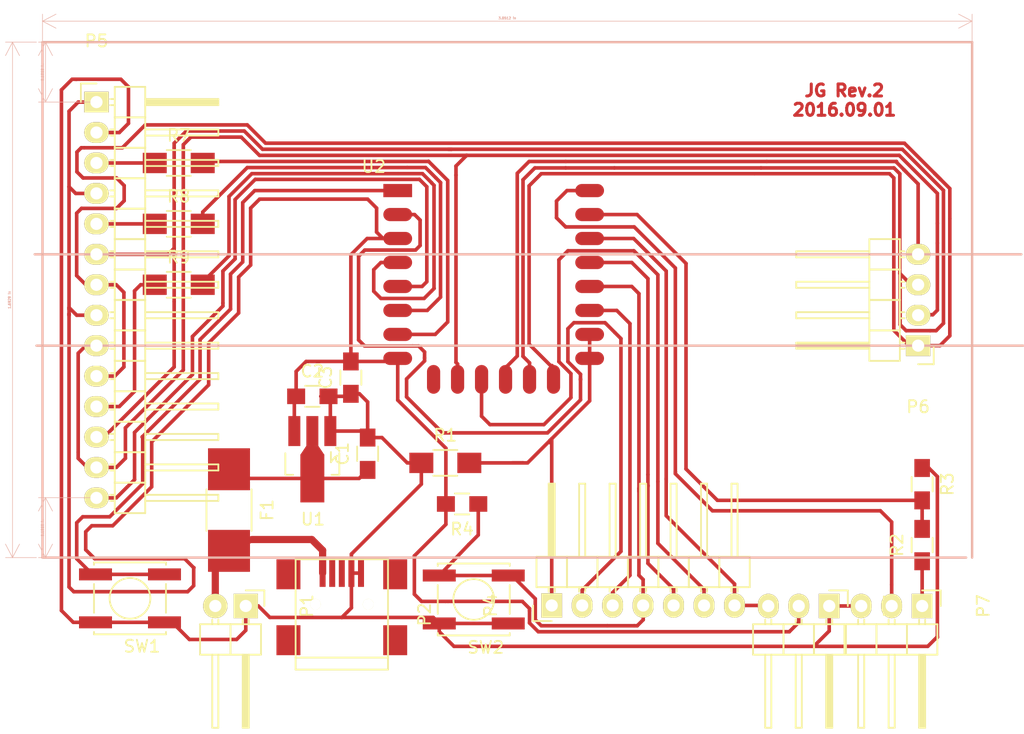
<source format=kicad_pcb>
(kicad_pcb (version 4) (host pcbnew 4.0.2+dfsg1-stable)

  (general
    (links 70)
    (no_connects 5)
    (area 0 0 0 0)
    (thickness 1.6)
    (drawings 16)
    (tracks 477)
    (zones 0)
    (modules 22)
    (nets 26)
  )

  (page USLetter portrait)
  (layers
    (0 F.Cu signal)
    (31 B.Cu signal)
    (32 B.Adhes user)
    (33 F.Adhes user)
    (34 B.Paste user hide)
    (35 F.Paste user)
    (36 B.SilkS user)
    (37 F.SilkS user hide)
    (38 B.Mask user hide)
    (39 F.Mask user hide)
    (40 Dwgs.User user)
    (41 Cmts.User user hide)
    (42 Eco1.User user)
    (43 Eco2.User user hide)
    (44 Edge.Cuts user)
    (45 Margin user hide)
    (46 B.CrtYd user hide)
    (47 F.CrtYd user hide)
    (48 B.Fab user)
    (49 F.Fab user hide)
  )

  (setup
    (last_trace_width 0.3)
    (trace_clearance 0.18)
    (zone_clearance 0.508)
    (zone_45_only yes)
    (trace_min 0.2)
    (segment_width 0.2)
    (edge_width 0.01)
    (via_size 0.6)
    (via_drill 0.4)
    (via_min_size 0.4)
    (via_min_drill 0.3)
    (uvia_size 0.3)
    (uvia_drill 0.1)
    (uvias_allowed no)
    (uvia_min_size 0.2)
    (uvia_min_drill 0.1)
    (pcb_text_width 0.3)
    (pcb_text_size 0.2 0.2)
    (mod_edge_width 0.15)
    (mod_text_size 1 1)
    (mod_text_width 0.15)
    (pad_size 1.524 1.524)
    (pad_drill 0.762)
    (pad_to_mask_clearance 0.2)
    (aux_axis_origin 0 0)
    (visible_elements FFFFF611)
    (pcbplotparams
      (layerselection 0x00080_00000000)
      (usegerberextensions false)
      (excludeedgelayer false)
      (linewidth 0.100000)
      (plotframeref false)
      (viasonmask false)
      (mode 1)
      (useauxorigin false)
      (hpglpennumber 1)
      (hpglpenspeed 20)
      (hpglpendiameter 15)
      (hpglpenoverlay 2)
      (psnegative false)
      (psa4output false)
      (plotreference false)
      (plotvalue false)
      (plotinvisibletext false)
      (padsonsilk false)
      (subtractmaskfromsilk false)
      (outputformat 4)
      (mirror true)
      (drillshape 0)
      (scaleselection 1)
      (outputdirectory Output/))
  )

  (net 0 "")
  (net 1 GND)
  (net 2 +3V3)
  (net 3 /GPIO5)
  (net 4 /TX)
  (net 5 /RX)
  (net 6 /RXD)
  (net 7 /GPIO0)
  (net 8 /CSO)
  (net 9 /GPIO9)
  (net 10 /GPIO10)
  (net 11 /ADC)
  (net 12 /GPIO16)
  (net 13 /GPIO14)
  (net 14 /GPIO12)
  (net 15 /GPIO13)
  (net 16 /GPIO2)
  (net 17 /GPIO4)
  (net 18 "Net-(C1-Pad1)")
  (net 19 "Net-(P2-Pad2)")
  (net 20 "Net-(P2-Pad3)")
  (net 21 "/LCD_SDI(MOSI)")
  (net 22 /LCD_SCK)
  (net 23 "/LCD_SDO(MISO)")
  (net 24 +12V)
  (net 25 /RST)

  (net_class Default "This is the default net class."
    (clearance 0.18)
    (trace_width 0.3)
    (via_dia 0.6)
    (via_drill 0.4)
    (uvia_dia 0.3)
    (uvia_drill 0.1)
    (add_net +3V3)
    (add_net /ADC)
    (add_net /CSO)
    (add_net /GPIO0)
    (add_net /GPIO10)
    (add_net /GPIO12)
    (add_net /GPIO13)
    (add_net /GPIO14)
    (add_net /GPIO16)
    (add_net /GPIO2)
    (add_net /GPIO4)
    (add_net /GPIO5)
    (add_net /GPIO9)
    (add_net /LCD_SCK)
    (add_net "/LCD_SDI(MOSI)")
    (add_net "/LCD_SDO(MISO)")
    (add_net /RST)
    (add_net /RX)
    (add_net /RXD)
    (add_net /TX)
    (add_net GND)
    (add_net "Net-(C1-Pad1)")
    (add_net "Net-(P2-Pad2)")
    (add_net "Net-(P2-Pad3)")
  )

  (net_class 12V ""
    (clearance 0.18)
    (trace_width 0.6)
    (via_dia 0.6)
    (via_drill 0.4)
    (uvia_dia 0.3)
    (uvia_drill 0.1)
    (add_net +12V)
  )

  (net_class Default_OriginalSettings ""
    (clearance 0.18)
    (trace_width 0.3)
    (via_dia 0.6)
    (via_drill 0.4)
    (uvia_dia 0.3)
    (uvia_drill 0.1)
  )

  (module Pin_Headers:Pin_Header_Angled_1x07 (layer F.Cu) (tedit 0) (tstamp 57A10D3D)
    (at 71.1 75.65 90)
    (descr "Through hole pin header")
    (tags "pin header")
    (path /57A10E0D)
    (fp_text reference P4 (at 0 -5.1 90) (layer F.SilkS)
      (effects (font (size 1 1) (thickness 0.15)))
    )
    (fp_text value CONN_01X07 (at 0 -3.1 90) (layer F.Fab)
      (effects (font (size 1 1) (thickness 0.15)))
    )
    (fp_line (start -1.5 -1.75) (end -1.5 17) (layer F.CrtYd) (width 0.05))
    (fp_line (start 10.65 -1.75) (end 10.65 17) (layer F.CrtYd) (width 0.05))
    (fp_line (start -1.5 -1.75) (end 10.65 -1.75) (layer F.CrtYd) (width 0.05))
    (fp_line (start -1.5 17) (end 10.65 17) (layer F.CrtYd) (width 0.05))
    (fp_line (start -1.3 -1.55) (end -1.3 0) (layer F.SilkS) (width 0.15))
    (fp_line (start 0 -1.55) (end -1.3 -1.55) (layer F.SilkS) (width 0.15))
    (fp_line (start 4.191 -0.127) (end 10.033 -0.127) (layer F.SilkS) (width 0.15))
    (fp_line (start 10.033 -0.127) (end 10.033 0.127) (layer F.SilkS) (width 0.15))
    (fp_line (start 10.033 0.127) (end 4.191 0.127) (layer F.SilkS) (width 0.15))
    (fp_line (start 4.191 0.127) (end 4.191 0) (layer F.SilkS) (width 0.15))
    (fp_line (start 4.191 0) (end 10.033 0) (layer F.SilkS) (width 0.15))
    (fp_line (start 1.524 -0.254) (end 1.143 -0.254) (layer F.SilkS) (width 0.15))
    (fp_line (start 1.524 0.254) (end 1.143 0.254) (layer F.SilkS) (width 0.15))
    (fp_line (start 1.524 2.286) (end 1.143 2.286) (layer F.SilkS) (width 0.15))
    (fp_line (start 1.524 2.794) (end 1.143 2.794) (layer F.SilkS) (width 0.15))
    (fp_line (start 1.524 4.826) (end 1.143 4.826) (layer F.SilkS) (width 0.15))
    (fp_line (start 1.524 5.334) (end 1.143 5.334) (layer F.SilkS) (width 0.15))
    (fp_line (start 1.524 7.366) (end 1.143 7.366) (layer F.SilkS) (width 0.15))
    (fp_line (start 1.524 7.874) (end 1.143 7.874) (layer F.SilkS) (width 0.15))
    (fp_line (start 1.524 15.494) (end 1.143 15.494) (layer F.SilkS) (width 0.15))
    (fp_line (start 1.524 14.986) (end 1.143 14.986) (layer F.SilkS) (width 0.15))
    (fp_line (start 1.524 12.954) (end 1.143 12.954) (layer F.SilkS) (width 0.15))
    (fp_line (start 1.524 12.446) (end 1.143 12.446) (layer F.SilkS) (width 0.15))
    (fp_line (start 1.524 10.414) (end 1.143 10.414) (layer F.SilkS) (width 0.15))
    (fp_line (start 1.524 9.906) (end 1.143 9.906) (layer F.SilkS) (width 0.15))
    (fp_line (start 4.064 1.27) (end 4.064 -1.27) (layer F.SilkS) (width 0.15))
    (fp_line (start 10.16 0.254) (end 4.064 0.254) (layer F.SilkS) (width 0.15))
    (fp_line (start 10.16 -0.254) (end 10.16 0.254) (layer F.SilkS) (width 0.15))
    (fp_line (start 4.064 -0.254) (end 10.16 -0.254) (layer F.SilkS) (width 0.15))
    (fp_line (start 1.524 1.27) (end 4.064 1.27) (layer F.SilkS) (width 0.15))
    (fp_line (start 1.524 -1.27) (end 1.524 1.27) (layer F.SilkS) (width 0.15))
    (fp_line (start 1.524 -1.27) (end 4.064 -1.27) (layer F.SilkS) (width 0.15))
    (fp_line (start 1.524 3.81) (end 4.064 3.81) (layer F.SilkS) (width 0.15))
    (fp_line (start 1.524 3.81) (end 1.524 6.35) (layer F.SilkS) (width 0.15))
    (fp_line (start 1.524 6.35) (end 4.064 6.35) (layer F.SilkS) (width 0.15))
    (fp_line (start 4.064 4.826) (end 10.16 4.826) (layer F.SilkS) (width 0.15))
    (fp_line (start 10.16 4.826) (end 10.16 5.334) (layer F.SilkS) (width 0.15))
    (fp_line (start 10.16 5.334) (end 4.064 5.334) (layer F.SilkS) (width 0.15))
    (fp_line (start 4.064 6.35) (end 4.064 3.81) (layer F.SilkS) (width 0.15))
    (fp_line (start 4.064 3.81) (end 4.064 1.27) (layer F.SilkS) (width 0.15))
    (fp_line (start 10.16 2.794) (end 4.064 2.794) (layer F.SilkS) (width 0.15))
    (fp_line (start 10.16 2.286) (end 10.16 2.794) (layer F.SilkS) (width 0.15))
    (fp_line (start 4.064 2.286) (end 10.16 2.286) (layer F.SilkS) (width 0.15))
    (fp_line (start 1.524 3.81) (end 4.064 3.81) (layer F.SilkS) (width 0.15))
    (fp_line (start 1.524 1.27) (end 1.524 3.81) (layer F.SilkS) (width 0.15))
    (fp_line (start 1.524 1.27) (end 4.064 1.27) (layer F.SilkS) (width 0.15))
    (fp_line (start 1.524 11.43) (end 4.064 11.43) (layer F.SilkS) (width 0.15))
    (fp_line (start 1.524 11.43) (end 1.524 13.97) (layer F.SilkS) (width 0.15))
    (fp_line (start 1.524 13.97) (end 4.064 13.97) (layer F.SilkS) (width 0.15))
    (fp_line (start 4.064 12.446) (end 10.16 12.446) (layer F.SilkS) (width 0.15))
    (fp_line (start 10.16 12.446) (end 10.16 12.954) (layer F.SilkS) (width 0.15))
    (fp_line (start 10.16 12.954) (end 4.064 12.954) (layer F.SilkS) (width 0.15))
    (fp_line (start 4.064 13.97) (end 4.064 11.43) (layer F.SilkS) (width 0.15))
    (fp_line (start 4.064 16.51) (end 4.064 13.97) (layer F.SilkS) (width 0.15))
    (fp_line (start 10.16 15.494) (end 4.064 15.494) (layer F.SilkS) (width 0.15))
    (fp_line (start 10.16 14.986) (end 10.16 15.494) (layer F.SilkS) (width 0.15))
    (fp_line (start 4.064 14.986) (end 10.16 14.986) (layer F.SilkS) (width 0.15))
    (fp_line (start 1.524 16.51) (end 4.064 16.51) (layer F.SilkS) (width 0.15))
    (fp_line (start 1.524 13.97) (end 1.524 16.51) (layer F.SilkS) (width 0.15))
    (fp_line (start 1.524 13.97) (end 4.064 13.97) (layer F.SilkS) (width 0.15))
    (fp_line (start 1.524 8.89) (end 4.064 8.89) (layer F.SilkS) (width 0.15))
    (fp_line (start 1.524 8.89) (end 1.524 11.43) (layer F.SilkS) (width 0.15))
    (fp_line (start 1.524 11.43) (end 4.064 11.43) (layer F.SilkS) (width 0.15))
    (fp_line (start 4.064 9.906) (end 10.16 9.906) (layer F.SilkS) (width 0.15))
    (fp_line (start 10.16 9.906) (end 10.16 10.414) (layer F.SilkS) (width 0.15))
    (fp_line (start 10.16 10.414) (end 4.064 10.414) (layer F.SilkS) (width 0.15))
    (fp_line (start 4.064 11.43) (end 4.064 8.89) (layer F.SilkS) (width 0.15))
    (fp_line (start 4.064 8.89) (end 4.064 6.35) (layer F.SilkS) (width 0.15))
    (fp_line (start 10.16 7.874) (end 4.064 7.874) (layer F.SilkS) (width 0.15))
    (fp_line (start 10.16 7.366) (end 10.16 7.874) (layer F.SilkS) (width 0.15))
    (fp_line (start 4.064 7.366) (end 10.16 7.366) (layer F.SilkS) (width 0.15))
    (fp_line (start 1.524 8.89) (end 4.064 8.89) (layer F.SilkS) (width 0.15))
    (fp_line (start 1.524 6.35) (end 1.524 8.89) (layer F.SilkS) (width 0.15))
    (fp_line (start 1.524 6.35) (end 4.064 6.35) (layer F.SilkS) (width 0.15))
    (pad 1 thru_hole rect (at 0 0 90) (size 2.032 1.7272) (drill 1.016) (layers *.Cu *.Mask F.SilkS)
      (net 1 GND))
    (pad 2 thru_hole oval (at 0 2.54 90) (size 2.032 1.7272) (drill 1.016) (layers *.Cu *.Mask F.SilkS)
      (net 11 /ADC))
    (pad 3 thru_hole oval (at 0 5.08 90) (size 2.032 1.7272) (drill 1.016) (layers *.Cu *.Mask F.SilkS)
      (net 16 /GPIO2))
    (pad 4 thru_hole oval (at 0 7.62 90) (size 2.032 1.7272) (drill 1.016) (layers *.Cu *.Mask F.SilkS)
      (net 7 /GPIO0))
    (pad 5 thru_hole oval (at 0 10.16 90) (size 2.032 1.7272) (drill 1.016) (layers *.Cu *.Mask F.SilkS)
      (net 17 /GPIO4))
    (pad 6 thru_hole oval (at 0 12.7 90) (size 2.032 1.7272) (drill 1.016) (layers *.Cu *.Mask F.SilkS)
      (net 9 /GPIO9))
    (pad 7 thru_hole oval (at 0 15.24 90) (size 2.032 1.7272) (drill 1.016) (layers *.Cu *.Mask F.SilkS)
      (net 3 /GPIO5))
    (model Pin_Headers.3dshapes/Pin_Header_Angled_1x07.wrl
      (at (xyz 0 -0.3 0))
      (scale (xyz 1 1 1))
      (rotate (xyz 0 0 90))
    )
  )

  (module Pin_Headers:Pin_Header_Angled_1x03 (layer F.Cu) (tedit 0) (tstamp 578DA6BA)
    (at 101.981 75.692 270)
    (descr "Through hole pin header")
    (tags "pin header")
    (path /578E665A)
    (fp_text reference P7 (at 0 -5.1 270) (layer F.SilkS)
      (effects (font (size 1 1) (thickness 0.15)))
    )
    (fp_text value CONN_01X03 (at 0 -3.1 270) (layer F.Fab)
      (effects (font (size 1 1) (thickness 0.15)))
    )
    (fp_line (start -1.5 -1.75) (end -1.5 6.85) (layer F.CrtYd) (width 0.05))
    (fp_line (start 10.65 -1.75) (end 10.65 6.85) (layer F.CrtYd) (width 0.05))
    (fp_line (start -1.5 -1.75) (end 10.65 -1.75) (layer F.CrtYd) (width 0.05))
    (fp_line (start -1.5 6.85) (end 10.65 6.85) (layer F.CrtYd) (width 0.05))
    (fp_line (start -1.3 -1.55) (end -1.3 0) (layer F.SilkS) (width 0.15))
    (fp_line (start 0 -1.55) (end -1.3 -1.55) (layer F.SilkS) (width 0.15))
    (fp_line (start 4.191 -0.127) (end 10.033 -0.127) (layer F.SilkS) (width 0.15))
    (fp_line (start 10.033 -0.127) (end 10.033 0.127) (layer F.SilkS) (width 0.15))
    (fp_line (start 10.033 0.127) (end 4.191 0.127) (layer F.SilkS) (width 0.15))
    (fp_line (start 4.191 0.127) (end 4.191 0) (layer F.SilkS) (width 0.15))
    (fp_line (start 4.191 0) (end 10.033 0) (layer F.SilkS) (width 0.15))
    (fp_line (start 1.524 -0.254) (end 1.143 -0.254) (layer F.SilkS) (width 0.15))
    (fp_line (start 1.524 0.254) (end 1.143 0.254) (layer F.SilkS) (width 0.15))
    (fp_line (start 1.524 2.286) (end 1.143 2.286) (layer F.SilkS) (width 0.15))
    (fp_line (start 1.524 2.794) (end 1.143 2.794) (layer F.SilkS) (width 0.15))
    (fp_line (start 1.524 4.826) (end 1.143 4.826) (layer F.SilkS) (width 0.15))
    (fp_line (start 1.524 5.334) (end 1.143 5.334) (layer F.SilkS) (width 0.15))
    (fp_line (start 4.064 1.27) (end 4.064 -1.27) (layer F.SilkS) (width 0.15))
    (fp_line (start 10.16 0.254) (end 4.064 0.254) (layer F.SilkS) (width 0.15))
    (fp_line (start 10.16 -0.254) (end 10.16 0.254) (layer F.SilkS) (width 0.15))
    (fp_line (start 4.064 -0.254) (end 10.16 -0.254) (layer F.SilkS) (width 0.15))
    (fp_line (start 1.524 1.27) (end 4.064 1.27) (layer F.SilkS) (width 0.15))
    (fp_line (start 1.524 -1.27) (end 1.524 1.27) (layer F.SilkS) (width 0.15))
    (fp_line (start 1.524 -1.27) (end 4.064 -1.27) (layer F.SilkS) (width 0.15))
    (fp_line (start 1.524 3.81) (end 4.064 3.81) (layer F.SilkS) (width 0.15))
    (fp_line (start 1.524 3.81) (end 1.524 6.35) (layer F.SilkS) (width 0.15))
    (fp_line (start 4.064 4.826) (end 10.16 4.826) (layer F.SilkS) (width 0.15))
    (fp_line (start 10.16 4.826) (end 10.16 5.334) (layer F.SilkS) (width 0.15))
    (fp_line (start 10.16 5.334) (end 4.064 5.334) (layer F.SilkS) (width 0.15))
    (fp_line (start 4.064 6.35) (end 4.064 3.81) (layer F.SilkS) (width 0.15))
    (fp_line (start 4.064 3.81) (end 4.064 1.27) (layer F.SilkS) (width 0.15))
    (fp_line (start 10.16 2.794) (end 4.064 2.794) (layer F.SilkS) (width 0.15))
    (fp_line (start 10.16 2.286) (end 10.16 2.794) (layer F.SilkS) (width 0.15))
    (fp_line (start 4.064 2.286) (end 10.16 2.286) (layer F.SilkS) (width 0.15))
    (fp_line (start 1.524 3.81) (end 4.064 3.81) (layer F.SilkS) (width 0.15))
    (fp_line (start 1.524 1.27) (end 1.524 3.81) (layer F.SilkS) (width 0.15))
    (fp_line (start 1.524 1.27) (end 4.064 1.27) (layer F.SilkS) (width 0.15))
    (fp_line (start 1.524 6.35) (end 4.064 6.35) (layer F.SilkS) (width 0.15))
    (pad 1 thru_hole rect (at 0 0 270) (size 2.032 1.7272) (drill 1.016) (layers *.Cu *.Mask F.SilkS)
      (net 4 /TX))
    (pad 2 thru_hole oval (at 0 2.54 270) (size 2.032 1.7272) (drill 1.016) (layers *.Cu *.Mask F.SilkS)
      (net 5 /RX))
    (pad 3 thru_hole oval (at 0 5.08 270) (size 2.032 1.7272) (drill 1.016) (layers *.Cu *.Mask F.SilkS)
      (net 1 GND))
    (model Pin_Headers.3dshapes/Pin_Header_Angled_1x03.wrl
      (at (xyz 0 -0.1 0))
      (scale (xyz 1 1 1))
      (rotate (xyz 0 0 90))
    )
  )

  (module Pin_Headers:Pin_Header_Angled_1x14 (layer F.Cu) (tedit 0) (tstamp 578D9414)
    (at 33.147 33.655)
    (descr "Through hole pin header")
    (tags "pin header")
    (path /578DAFCC)
    (fp_text reference P5 (at 0 -5.1) (layer F.SilkS)
      (effects (font (size 1 1) (thickness 0.15)))
    )
    (fp_text value CONN_01X14 (at 0 -3.1) (layer F.Fab)
      (effects (font (size 1 1) (thickness 0.15)))
    )
    (fp_line (start -1.5 -1.75) (end -1.5 34.8) (layer F.CrtYd) (width 0.05))
    (fp_line (start 10.65 -1.75) (end 10.65 34.8) (layer F.CrtYd) (width 0.05))
    (fp_line (start -1.5 -1.75) (end 10.65 -1.75) (layer F.CrtYd) (width 0.05))
    (fp_line (start -1.5 34.8) (end 10.65 34.8) (layer F.CrtYd) (width 0.05))
    (fp_line (start -1.3 -1.55) (end -1.3 0) (layer F.SilkS) (width 0.15))
    (fp_line (start 0 -1.55) (end -1.3 -1.55) (layer F.SilkS) (width 0.15))
    (fp_line (start 4.191 -0.127) (end 10.033 -0.127) (layer F.SilkS) (width 0.15))
    (fp_line (start 10.033 -0.127) (end 10.033 0.127) (layer F.SilkS) (width 0.15))
    (fp_line (start 10.033 0.127) (end 4.191 0.127) (layer F.SilkS) (width 0.15))
    (fp_line (start 4.191 0.127) (end 4.191 0) (layer F.SilkS) (width 0.15))
    (fp_line (start 4.191 0) (end 10.033 0) (layer F.SilkS) (width 0.15))
    (fp_line (start 1.524 17.526) (end 1.143 17.526) (layer F.SilkS) (width 0.15))
    (fp_line (start 1.524 18.034) (end 1.143 18.034) (layer F.SilkS) (width 0.15))
    (fp_line (start 1.524 20.066) (end 1.143 20.066) (layer F.SilkS) (width 0.15))
    (fp_line (start 1.524 20.574) (end 1.143 20.574) (layer F.SilkS) (width 0.15))
    (fp_line (start 1.524 22.606) (end 1.143 22.606) (layer F.SilkS) (width 0.15))
    (fp_line (start 1.524 23.114) (end 1.143 23.114) (layer F.SilkS) (width 0.15))
    (fp_line (start 1.524 25.146) (end 1.143 25.146) (layer F.SilkS) (width 0.15))
    (fp_line (start 1.524 25.654) (end 1.143 25.654) (layer F.SilkS) (width 0.15))
    (fp_line (start 1.524 33.274) (end 1.143 33.274) (layer F.SilkS) (width 0.15))
    (fp_line (start 1.524 32.766) (end 1.143 32.766) (layer F.SilkS) (width 0.15))
    (fp_line (start 1.524 30.734) (end 1.143 30.734) (layer F.SilkS) (width 0.15))
    (fp_line (start 1.524 30.226) (end 1.143 30.226) (layer F.SilkS) (width 0.15))
    (fp_line (start 1.524 28.194) (end 1.143 28.194) (layer F.SilkS) (width 0.15))
    (fp_line (start 1.524 27.686) (end 1.143 27.686) (layer F.SilkS) (width 0.15))
    (fp_line (start 1.524 -0.254) (end 1.143 -0.254) (layer F.SilkS) (width 0.15))
    (fp_line (start 1.524 0.254) (end 1.143 0.254) (layer F.SilkS) (width 0.15))
    (fp_line (start 1.524 2.286) (end 1.143 2.286) (layer F.SilkS) (width 0.15))
    (fp_line (start 1.524 2.794) (end 1.143 2.794) (layer F.SilkS) (width 0.15))
    (fp_line (start 1.524 4.826) (end 1.143 4.826) (layer F.SilkS) (width 0.15))
    (fp_line (start 1.524 5.334) (end 1.143 5.334) (layer F.SilkS) (width 0.15))
    (fp_line (start 1.524 15.494) (end 1.143 15.494) (layer F.SilkS) (width 0.15))
    (fp_line (start 1.524 14.986) (end 1.143 14.986) (layer F.SilkS) (width 0.15))
    (fp_line (start 1.524 12.954) (end 1.143 12.954) (layer F.SilkS) (width 0.15))
    (fp_line (start 1.524 12.446) (end 1.143 12.446) (layer F.SilkS) (width 0.15))
    (fp_line (start 1.524 10.414) (end 1.143 10.414) (layer F.SilkS) (width 0.15))
    (fp_line (start 1.524 9.906) (end 1.143 9.906) (layer F.SilkS) (width 0.15))
    (fp_line (start 1.524 7.874) (end 1.143 7.874) (layer F.SilkS) (width 0.15))
    (fp_line (start 1.524 7.366) (end 1.143 7.366) (layer F.SilkS) (width 0.15))
    (fp_line (start 1.524 13.97) (end 4.064 13.97) (layer F.SilkS) (width 0.15))
    (fp_line (start 1.524 13.97) (end 1.524 16.51) (layer F.SilkS) (width 0.15))
    (fp_line (start 1.524 16.51) (end 4.064 16.51) (layer F.SilkS) (width 0.15))
    (fp_line (start 4.064 14.986) (end 10.16 14.986) (layer F.SilkS) (width 0.15))
    (fp_line (start 10.16 14.986) (end 10.16 15.494) (layer F.SilkS) (width 0.15))
    (fp_line (start 10.16 15.494) (end 4.064 15.494) (layer F.SilkS) (width 0.15))
    (fp_line (start 4.064 16.51) (end 4.064 13.97) (layer F.SilkS) (width 0.15))
    (fp_line (start 4.064 19.05) (end 4.064 16.51) (layer F.SilkS) (width 0.15))
    (fp_line (start 10.16 18.034) (end 4.064 18.034) (layer F.SilkS) (width 0.15))
    (fp_line (start 10.16 17.526) (end 10.16 18.034) (layer F.SilkS) (width 0.15))
    (fp_line (start 4.064 17.526) (end 10.16 17.526) (layer F.SilkS) (width 0.15))
    (fp_line (start 1.524 19.05) (end 4.064 19.05) (layer F.SilkS) (width 0.15))
    (fp_line (start 1.524 16.51) (end 1.524 19.05) (layer F.SilkS) (width 0.15))
    (fp_line (start 1.524 16.51) (end 4.064 16.51) (layer F.SilkS) (width 0.15))
    (fp_line (start 1.524 21.59) (end 4.064 21.59) (layer F.SilkS) (width 0.15))
    (fp_line (start 1.524 21.59) (end 1.524 24.13) (layer F.SilkS) (width 0.15))
    (fp_line (start 1.524 24.13) (end 4.064 24.13) (layer F.SilkS) (width 0.15))
    (fp_line (start 4.064 22.606) (end 10.16 22.606) (layer F.SilkS) (width 0.15))
    (fp_line (start 10.16 22.606) (end 10.16 23.114) (layer F.SilkS) (width 0.15))
    (fp_line (start 10.16 23.114) (end 4.064 23.114) (layer F.SilkS) (width 0.15))
    (fp_line (start 4.064 24.13) (end 4.064 21.59) (layer F.SilkS) (width 0.15))
    (fp_line (start 4.064 21.59) (end 4.064 19.05) (layer F.SilkS) (width 0.15))
    (fp_line (start 10.16 20.574) (end 4.064 20.574) (layer F.SilkS) (width 0.15))
    (fp_line (start 10.16 20.066) (end 10.16 20.574) (layer F.SilkS) (width 0.15))
    (fp_line (start 4.064 20.066) (end 10.16 20.066) (layer F.SilkS) (width 0.15))
    (fp_line (start 1.524 21.59) (end 4.064 21.59) (layer F.SilkS) (width 0.15))
    (fp_line (start 1.524 19.05) (end 1.524 21.59) (layer F.SilkS) (width 0.15))
    (fp_line (start 1.524 19.05) (end 4.064 19.05) (layer F.SilkS) (width 0.15))
    (fp_line (start 1.524 29.21) (end 4.064 29.21) (layer F.SilkS) (width 0.15))
    (fp_line (start 1.524 29.21) (end 1.524 31.75) (layer F.SilkS) (width 0.15))
    (fp_line (start 1.524 31.75) (end 4.064 31.75) (layer F.SilkS) (width 0.15))
    (fp_line (start 4.064 30.226) (end 10.16 30.226) (layer F.SilkS) (width 0.15))
    (fp_line (start 10.16 30.226) (end 10.16 30.734) (layer F.SilkS) (width 0.15))
    (fp_line (start 10.16 30.734) (end 4.064 30.734) (layer F.SilkS) (width 0.15))
    (fp_line (start 4.064 31.75) (end 4.064 29.21) (layer F.SilkS) (width 0.15))
    (fp_line (start 4.064 34.29) (end 4.064 31.75) (layer F.SilkS) (width 0.15))
    (fp_line (start 10.16 33.274) (end 4.064 33.274) (layer F.SilkS) (width 0.15))
    (fp_line (start 10.16 32.766) (end 10.16 33.274) (layer F.SilkS) (width 0.15))
    (fp_line (start 4.064 32.766) (end 10.16 32.766) (layer F.SilkS) (width 0.15))
    (fp_line (start 1.524 31.75) (end 1.524 34.29) (layer F.SilkS) (width 0.15))
    (fp_line (start 1.524 31.75) (end 4.064 31.75) (layer F.SilkS) (width 0.15))
    (fp_line (start 1.524 26.67) (end 4.064 26.67) (layer F.SilkS) (width 0.15))
    (fp_line (start 1.524 26.67) (end 1.524 29.21) (layer F.SilkS) (width 0.15))
    (fp_line (start 1.524 29.21) (end 4.064 29.21) (layer F.SilkS) (width 0.15))
    (fp_line (start 4.064 27.686) (end 10.16 27.686) (layer F.SilkS) (width 0.15))
    (fp_line (start 10.16 27.686) (end 10.16 28.194) (layer F.SilkS) (width 0.15))
    (fp_line (start 10.16 28.194) (end 4.064 28.194) (layer F.SilkS) (width 0.15))
    (fp_line (start 4.064 29.21) (end 4.064 26.67) (layer F.SilkS) (width 0.15))
    (fp_line (start 4.064 26.67) (end 4.064 24.13) (layer F.SilkS) (width 0.15))
    (fp_line (start 10.16 25.654) (end 4.064 25.654) (layer F.SilkS) (width 0.15))
    (fp_line (start 10.16 25.146) (end 10.16 25.654) (layer F.SilkS) (width 0.15))
    (fp_line (start 4.064 25.146) (end 10.16 25.146) (layer F.SilkS) (width 0.15))
    (fp_line (start 1.524 26.67) (end 4.064 26.67) (layer F.SilkS) (width 0.15))
    (fp_line (start 1.524 24.13) (end 1.524 26.67) (layer F.SilkS) (width 0.15))
    (fp_line (start 1.524 24.13) (end 4.064 24.13) (layer F.SilkS) (width 0.15))
    (fp_line (start 1.524 34.29) (end 4.064 34.29) (layer F.SilkS) (width 0.15))
    (fp_line (start 1.524 -1.27) (end 4.064 -1.27) (layer F.SilkS) (width 0.15))
    (fp_line (start 1.524 1.27) (end 4.064 1.27) (layer F.SilkS) (width 0.15))
    (fp_line (start 1.524 1.27) (end 1.524 3.81) (layer F.SilkS) (width 0.15))
    (fp_line (start 1.524 3.81) (end 4.064 3.81) (layer F.SilkS) (width 0.15))
    (fp_line (start 4.064 2.286) (end 10.16 2.286) (layer F.SilkS) (width 0.15))
    (fp_line (start 10.16 2.286) (end 10.16 2.794) (layer F.SilkS) (width 0.15))
    (fp_line (start 10.16 2.794) (end 4.064 2.794) (layer F.SilkS) (width 0.15))
    (fp_line (start 4.064 3.81) (end 4.064 1.27) (layer F.SilkS) (width 0.15))
    (fp_line (start 4.064 1.27) (end 4.064 -1.27) (layer F.SilkS) (width 0.15))
    (fp_line (start 10.16 0.254) (end 4.064 0.254) (layer F.SilkS) (width 0.15))
    (fp_line (start 10.16 -0.254) (end 10.16 0.254) (layer F.SilkS) (width 0.15))
    (fp_line (start 4.064 -0.254) (end 10.16 -0.254) (layer F.SilkS) (width 0.15))
    (fp_line (start 1.524 1.27) (end 4.064 1.27) (layer F.SilkS) (width 0.15))
    (fp_line (start 1.524 -1.27) (end 1.524 1.27) (layer F.SilkS) (width 0.15))
    (fp_line (start 1.524 8.89) (end 4.064 8.89) (layer F.SilkS) (width 0.15))
    (fp_line (start 1.524 8.89) (end 1.524 11.43) (layer F.SilkS) (width 0.15))
    (fp_line (start 1.524 11.43) (end 4.064 11.43) (layer F.SilkS) (width 0.15))
    (fp_line (start 4.064 9.906) (end 10.16 9.906) (layer F.SilkS) (width 0.15))
    (fp_line (start 10.16 9.906) (end 10.16 10.414) (layer F.SilkS) (width 0.15))
    (fp_line (start 10.16 10.414) (end 4.064 10.414) (layer F.SilkS) (width 0.15))
    (fp_line (start 4.064 11.43) (end 4.064 8.89) (layer F.SilkS) (width 0.15))
    (fp_line (start 4.064 13.97) (end 4.064 11.43) (layer F.SilkS) (width 0.15))
    (fp_line (start 10.16 12.954) (end 4.064 12.954) (layer F.SilkS) (width 0.15))
    (fp_line (start 10.16 12.446) (end 10.16 12.954) (layer F.SilkS) (width 0.15))
    (fp_line (start 4.064 12.446) (end 10.16 12.446) (layer F.SilkS) (width 0.15))
    (fp_line (start 1.524 13.97) (end 4.064 13.97) (layer F.SilkS) (width 0.15))
    (fp_line (start 1.524 11.43) (end 1.524 13.97) (layer F.SilkS) (width 0.15))
    (fp_line (start 1.524 11.43) (end 4.064 11.43) (layer F.SilkS) (width 0.15))
    (fp_line (start 1.524 6.35) (end 4.064 6.35) (layer F.SilkS) (width 0.15))
    (fp_line (start 1.524 6.35) (end 1.524 8.89) (layer F.SilkS) (width 0.15))
    (fp_line (start 1.524 8.89) (end 4.064 8.89) (layer F.SilkS) (width 0.15))
    (fp_line (start 4.064 7.366) (end 10.16 7.366) (layer F.SilkS) (width 0.15))
    (fp_line (start 10.16 7.366) (end 10.16 7.874) (layer F.SilkS) (width 0.15))
    (fp_line (start 10.16 7.874) (end 4.064 7.874) (layer F.SilkS) (width 0.15))
    (fp_line (start 4.064 8.89) (end 4.064 6.35) (layer F.SilkS) (width 0.15))
    (fp_line (start 4.064 6.35) (end 4.064 3.81) (layer F.SilkS) (width 0.15))
    (fp_line (start 10.16 5.334) (end 4.064 5.334) (layer F.SilkS) (width 0.15))
    (fp_line (start 10.16 4.826) (end 10.16 5.334) (layer F.SilkS) (width 0.15))
    (fp_line (start 4.064 4.826) (end 10.16 4.826) (layer F.SilkS) (width 0.15))
    (fp_line (start 1.524 6.35) (end 4.064 6.35) (layer F.SilkS) (width 0.15))
    (fp_line (start 1.524 3.81) (end 1.524 6.35) (layer F.SilkS) (width 0.15))
    (fp_line (start 1.524 3.81) (end 4.064 3.81) (layer F.SilkS) (width 0.15))
    (pad 1 thru_hole rect (at 0 0) (size 2.032 1.7272) (drill 1.016) (layers *.Cu *.Mask F.SilkS)
      (net 2 +3V3))
    (pad 2 thru_hole oval (at 0 2.54) (size 2.032 1.7272) (drill 1.016) (layers *.Cu *.Mask F.SilkS)
      (net 1 GND))
    (pad 3 thru_hole oval (at 0 5.08) (size 2.032 1.7272) (drill 1.016) (layers *.Cu *.Mask F.SilkS)
      (net 15 /GPIO13))
    (pad 4 thru_hole oval (at 0 7.62) (size 2.032 1.7272) (drill 1.016) (layers *.Cu *.Mask F.SilkS)
      (net 2 +3V3))
    (pad 5 thru_hole oval (at 0 10.16) (size 2.032 1.7272) (drill 1.016) (layers *.Cu *.Mask F.SilkS)
      (net 14 /GPIO12))
    (pad 6 thru_hole oval (at 0 12.7) (size 2.032 1.7272) (drill 1.016) (layers *.Cu *.Mask F.SilkS)
      (net 21 "/LCD_SDI(MOSI)"))
    (pad 7 thru_hole oval (at 0 15.24) (size 2.032 1.7272) (drill 1.016) (layers *.Cu *.Mask F.SilkS)
      (net 22 /LCD_SCK))
    (pad 8 thru_hole oval (at 0 17.78) (size 2.032 1.7272) (drill 1.016) (layers *.Cu *.Mask F.SilkS)
      (net 2 +3V3))
    (pad 9 thru_hole oval (at 0 20.32) (size 2.032 1.7272) (drill 1.016) (layers *.Cu *.Mask F.SilkS)
      (net 23 "/LCD_SDO(MISO)"))
    (pad 10 thru_hole oval (at 0 22.86) (size 2.032 1.7272) (drill 1.016) (layers *.Cu *.Mask F.SilkS)
      (net 22 /LCD_SCK))
    (pad 11 thru_hole oval (at 0 25.4) (size 2.032 1.7272) (drill 1.016) (layers *.Cu *.Mask F.SilkS)
      (net 12 /GPIO16))
    (pad 12 thru_hole oval (at 0 27.94) (size 2.032 1.7272) (drill 1.016) (layers *.Cu *.Mask F.SilkS)
      (net 21 "/LCD_SDI(MOSI)"))
    (pad 13 thru_hole oval (at 0 30.48) (size 2.032 1.7272) (drill 1.016) (layers *.Cu *.Mask F.SilkS)
      (net 23 "/LCD_SDO(MISO)"))
    (pad 14 thru_hole oval (at 0 33.02) (size 2.032 1.7272) (drill 1.016) (layers *.Cu *.Mask F.SilkS)
      (net 13 /GPIO14))
    (model Pin_Headers.3dshapes/Pin_Header_Angled_1x14.wrl
      (at (xyz 0 -0.65 0))
      (scale (xyz 1 1 1))
      (rotate (xyz 0 0 90))
    )
  )

  (module Pin_Headers:Pin_Header_Angled_1x02 (layer F.Cu) (tedit 0) (tstamp 578D9501)
    (at 45.593 75.692 270)
    (descr "Through hole pin header")
    (tags "pin header")
    (path /578D9361)
    (fp_text reference P1 (at 0 -5.1 270) (layer F.SilkS)
      (effects (font (size 1 1) (thickness 0.15)))
    )
    (fp_text value CONN_01X02 (at 0 -3.1 270) (layer F.Fab)
      (effects (font (size 1 1) (thickness 0.15)))
    )
    (fp_line (start -1.5 -1.75) (end -1.5 4.3) (layer F.CrtYd) (width 0.05))
    (fp_line (start 10.65 -1.75) (end 10.65 4.3) (layer F.CrtYd) (width 0.05))
    (fp_line (start -1.5 -1.75) (end 10.65 -1.75) (layer F.CrtYd) (width 0.05))
    (fp_line (start -1.5 4.3) (end 10.65 4.3) (layer F.CrtYd) (width 0.05))
    (fp_line (start -1.3 -1.55) (end -1.3 0) (layer F.SilkS) (width 0.15))
    (fp_line (start 0 -1.55) (end -1.3 -1.55) (layer F.SilkS) (width 0.15))
    (fp_line (start 4.191 -0.127) (end 10.033 -0.127) (layer F.SilkS) (width 0.15))
    (fp_line (start 10.033 -0.127) (end 10.033 0.127) (layer F.SilkS) (width 0.15))
    (fp_line (start 10.033 0.127) (end 4.191 0.127) (layer F.SilkS) (width 0.15))
    (fp_line (start 4.191 0.127) (end 4.191 0) (layer F.SilkS) (width 0.15))
    (fp_line (start 4.191 0) (end 10.033 0) (layer F.SilkS) (width 0.15))
    (fp_line (start 1.524 -0.254) (end 1.143 -0.254) (layer F.SilkS) (width 0.15))
    (fp_line (start 1.524 0.254) (end 1.143 0.254) (layer F.SilkS) (width 0.15))
    (fp_line (start 1.524 2.286) (end 1.143 2.286) (layer F.SilkS) (width 0.15))
    (fp_line (start 1.524 2.794) (end 1.143 2.794) (layer F.SilkS) (width 0.15))
    (fp_line (start 1.524 -1.27) (end 4.064 -1.27) (layer F.SilkS) (width 0.15))
    (fp_line (start 1.524 1.27) (end 4.064 1.27) (layer F.SilkS) (width 0.15))
    (fp_line (start 1.524 1.27) (end 1.524 3.81) (layer F.SilkS) (width 0.15))
    (fp_line (start 1.524 3.81) (end 4.064 3.81) (layer F.SilkS) (width 0.15))
    (fp_line (start 4.064 2.286) (end 10.16 2.286) (layer F.SilkS) (width 0.15))
    (fp_line (start 10.16 2.286) (end 10.16 2.794) (layer F.SilkS) (width 0.15))
    (fp_line (start 10.16 2.794) (end 4.064 2.794) (layer F.SilkS) (width 0.15))
    (fp_line (start 4.064 3.81) (end 4.064 1.27) (layer F.SilkS) (width 0.15))
    (fp_line (start 4.064 1.27) (end 4.064 -1.27) (layer F.SilkS) (width 0.15))
    (fp_line (start 10.16 0.254) (end 4.064 0.254) (layer F.SilkS) (width 0.15))
    (fp_line (start 10.16 -0.254) (end 10.16 0.254) (layer F.SilkS) (width 0.15))
    (fp_line (start 4.064 -0.254) (end 10.16 -0.254) (layer F.SilkS) (width 0.15))
    (fp_line (start 1.524 1.27) (end 4.064 1.27) (layer F.SilkS) (width 0.15))
    (fp_line (start 1.524 -1.27) (end 1.524 1.27) (layer F.SilkS) (width 0.15))
    (pad 1 thru_hole rect (at 0 0 270) (size 2.032 2.032) (drill 1.016) (layers *.Cu *.Mask F.SilkS)
      (net 1 GND))
    (pad 2 thru_hole oval (at 0 2.54 270) (size 2.032 2.032) (drill 1.016) (layers *.Cu *.Mask F.SilkS)
      (net 24 +12V))
    (model Pin_Headers.3dshapes/Pin_Header_Angled_1x02.wrl
      (at (xyz 0 -0.05 0))
      (scale (xyz 1 1 1))
      (rotate (xyz 0 0 90))
    )
  )

  (module Connect:USB_Mini-B (layer F.Cu) (tedit 5543E571) (tstamp 578D9506)
    (at 53.6 76.4 90)
    (descr "USB Mini-B 5-pin SMD connector")
    (tags "USB USB_B USB_Mini connector")
    (path /56C2AB8D)
    (attr smd)
    (fp_text reference P2 (at 0 6.90118 90) (layer F.SilkS)
      (effects (font (size 1 1) (thickness 0.15)))
    )
    (fp_text value USB_B (at 0 -7.0993 90) (layer F.Fab)
      (effects (font (size 1 1) (thickness 0.15)))
    )
    (fp_line (start -4.85 -5.7) (end 4.85 -5.7) (layer F.CrtYd) (width 0.05))
    (fp_line (start 4.85 -5.7) (end 4.85 5.7) (layer F.CrtYd) (width 0.05))
    (fp_line (start 4.85 5.7) (end -4.85 5.7) (layer F.CrtYd) (width 0.05))
    (fp_line (start -4.85 5.7) (end -4.85 -5.7) (layer F.CrtYd) (width 0.05))
    (fp_line (start -3.59918 -3.85064) (end -3.59918 3.85064) (layer F.SilkS) (width 0.15))
    (fp_line (start -4.59994 -3.85064) (end -4.59994 3.85064) (layer F.SilkS) (width 0.15))
    (fp_line (start -4.59994 3.85064) (end 4.59994 3.85064) (layer F.SilkS) (width 0.15))
    (fp_line (start 4.59994 3.85064) (end 4.59994 -3.85064) (layer F.SilkS) (width 0.15))
    (fp_line (start 4.59994 -3.85064) (end -4.59994 -3.85064) (layer F.SilkS) (width 0.15))
    (pad 1 smd rect (at 3.44932 -1.6002 90) (size 2.30124 0.50038) (layers F.Cu F.Paste F.Mask)
      (net 24 +12V))
    (pad 2 smd rect (at 3.44932 -0.8001 90) (size 2.30124 0.50038) (layers F.Cu F.Paste F.Mask)
      (net 19 "Net-(P2-Pad2)"))
    (pad 3 smd rect (at 3.44932 0 90) (size 2.30124 0.50038) (layers F.Cu F.Paste F.Mask)
      (net 20 "Net-(P2-Pad3)"))
    (pad 4 smd rect (at 3.44932 0.8001 90) (size 2.30124 0.50038) (layers F.Cu F.Paste F.Mask)
      (net 1 GND))
    (pad 5 smd rect (at 3.44932 1.6002 90) (size 2.30124 0.50038) (layers F.Cu F.Paste F.Mask)
      (net 1 GND))
    (pad 6 smd rect (at 3.35026 -4.45008 90) (size 2.49936 1.99898) (layers F.Cu F.Paste F.Mask))
    (pad 6 smd rect (at -2.14884 -4.45008 90) (size 2.49936 1.99898) (layers F.Cu F.Paste F.Mask))
    (pad 6 smd rect (at 3.35026 4.45008 90) (size 2.49936 1.99898) (layers F.Cu F.Paste F.Mask))
    (pad 6 smd rect (at -2.14884 4.45008 90) (size 2.49936 1.99898) (layers F.Cu F.Paste F.Mask))
    (pad "" np_thru_hole circle (at 0.8509 -2.19964 90) (size 0.89916 0.89916) (drill 0.89916) (layers *.Cu *.Mask F.SilkS))
    (pad "" np_thru_hole circle (at 0.8509 2.19964 90) (size 0.89916 0.89916) (drill 0.89916) (layers *.Cu *.Mask F.SilkS))
  )

  (module Pin_Headers:Pin_Header_Angled_1x03 (layer F.Cu) (tedit 0) (tstamp 578D9514)
    (at 94.234 75.692 270)
    (descr "Through hole pin header")
    (tags "pin header")
    (path /569DF8C1)
    (fp_text reference P3 (at 0 -5.1 270) (layer F.SilkS)
      (effects (font (size 1 1) (thickness 0.15)))
    )
    (fp_text value CONN_01X03 (at 0 -3.1 270) (layer F.Fab)
      (effects (font (size 1 1) (thickness 0.15)))
    )
    (fp_line (start -1.5 -1.75) (end -1.5 6.85) (layer F.CrtYd) (width 0.05))
    (fp_line (start 10.65 -1.75) (end 10.65 6.85) (layer F.CrtYd) (width 0.05))
    (fp_line (start -1.5 -1.75) (end 10.65 -1.75) (layer F.CrtYd) (width 0.05))
    (fp_line (start -1.5 6.85) (end 10.65 6.85) (layer F.CrtYd) (width 0.05))
    (fp_line (start -1.3 -1.55) (end -1.3 0) (layer F.SilkS) (width 0.15))
    (fp_line (start 0 -1.55) (end -1.3 -1.55) (layer F.SilkS) (width 0.15))
    (fp_line (start 4.191 -0.127) (end 10.033 -0.127) (layer F.SilkS) (width 0.15))
    (fp_line (start 10.033 -0.127) (end 10.033 0.127) (layer F.SilkS) (width 0.15))
    (fp_line (start 10.033 0.127) (end 4.191 0.127) (layer F.SilkS) (width 0.15))
    (fp_line (start 4.191 0.127) (end 4.191 0) (layer F.SilkS) (width 0.15))
    (fp_line (start 4.191 0) (end 10.033 0) (layer F.SilkS) (width 0.15))
    (fp_line (start 1.524 -0.254) (end 1.143 -0.254) (layer F.SilkS) (width 0.15))
    (fp_line (start 1.524 0.254) (end 1.143 0.254) (layer F.SilkS) (width 0.15))
    (fp_line (start 1.524 2.286) (end 1.143 2.286) (layer F.SilkS) (width 0.15))
    (fp_line (start 1.524 2.794) (end 1.143 2.794) (layer F.SilkS) (width 0.15))
    (fp_line (start 1.524 4.826) (end 1.143 4.826) (layer F.SilkS) (width 0.15))
    (fp_line (start 1.524 5.334) (end 1.143 5.334) (layer F.SilkS) (width 0.15))
    (fp_line (start 4.064 1.27) (end 4.064 -1.27) (layer F.SilkS) (width 0.15))
    (fp_line (start 10.16 0.254) (end 4.064 0.254) (layer F.SilkS) (width 0.15))
    (fp_line (start 10.16 -0.254) (end 10.16 0.254) (layer F.SilkS) (width 0.15))
    (fp_line (start 4.064 -0.254) (end 10.16 -0.254) (layer F.SilkS) (width 0.15))
    (fp_line (start 1.524 1.27) (end 4.064 1.27) (layer F.SilkS) (width 0.15))
    (fp_line (start 1.524 -1.27) (end 1.524 1.27) (layer F.SilkS) (width 0.15))
    (fp_line (start 1.524 -1.27) (end 4.064 -1.27) (layer F.SilkS) (width 0.15))
    (fp_line (start 1.524 3.81) (end 4.064 3.81) (layer F.SilkS) (width 0.15))
    (fp_line (start 1.524 3.81) (end 1.524 6.35) (layer F.SilkS) (width 0.15))
    (fp_line (start 4.064 4.826) (end 10.16 4.826) (layer F.SilkS) (width 0.15))
    (fp_line (start 10.16 4.826) (end 10.16 5.334) (layer F.SilkS) (width 0.15))
    (fp_line (start 10.16 5.334) (end 4.064 5.334) (layer F.SilkS) (width 0.15))
    (fp_line (start 4.064 6.35) (end 4.064 3.81) (layer F.SilkS) (width 0.15))
    (fp_line (start 4.064 3.81) (end 4.064 1.27) (layer F.SilkS) (width 0.15))
    (fp_line (start 10.16 2.794) (end 4.064 2.794) (layer F.SilkS) (width 0.15))
    (fp_line (start 10.16 2.286) (end 10.16 2.794) (layer F.SilkS) (width 0.15))
    (fp_line (start 4.064 2.286) (end 10.16 2.286) (layer F.SilkS) (width 0.15))
    (fp_line (start 1.524 3.81) (end 4.064 3.81) (layer F.SilkS) (width 0.15))
    (fp_line (start 1.524 1.27) (end 1.524 3.81) (layer F.SilkS) (width 0.15))
    (fp_line (start 1.524 1.27) (end 4.064 1.27) (layer F.SilkS) (width 0.15))
    (fp_line (start 1.524 6.35) (end 4.064 6.35) (layer F.SilkS) (width 0.15))
    (pad 1 thru_hole rect (at 0 0 270) (size 2.032 1.7272) (drill 1.016) (layers *.Cu *.Mask F.SilkS)
      (net 1 GND))
    (pad 2 thru_hole oval (at 0 2.54 270) (size 2.032 1.7272) (drill 1.016) (layers *.Cu *.Mask F.SilkS)
      (net 2 +3V3))
    (pad 3 thru_hole oval (at 0 5.08 270) (size 2.032 1.7272) (drill 1.016) (layers *.Cu *.Mask F.SilkS)
      (net 3 /GPIO5))
    (model Pin_Headers.3dshapes/Pin_Header_Angled_1x03.wrl
      (at (xyz 0 -0.1 0))
      (scale (xyz 1 1 1))
      (rotate (xyz 0 0 90))
    )
  )

  (module Resistors_SMD:R_0805_HandSoldering (layer F.Cu) (tedit 54189DEE) (tstamp 56A05A8A)
    (at 55.753 62.992 90)
    (descr "Resistor SMD 0805, hand soldering")
    (tags "resistor 0805")
    (path /578D89E5)
    (attr smd)
    (fp_text reference C1 (at 0 -2.1 90) (layer F.SilkS)
      (effects (font (size 1 1) (thickness 0.15)))
    )
    (fp_text value 10uF (at 0 2.1 90) (layer F.Fab)
      (effects (font (size 1 1) (thickness 0.15)))
    )
    (fp_line (start -2.4 -1) (end 2.4 -1) (layer F.CrtYd) (width 0.05))
    (fp_line (start -2.4 1) (end 2.4 1) (layer F.CrtYd) (width 0.05))
    (fp_line (start -2.4 -1) (end -2.4 1) (layer F.CrtYd) (width 0.05))
    (fp_line (start 2.4 -1) (end 2.4 1) (layer F.CrtYd) (width 0.05))
    (fp_line (start 0.6 0.875) (end -0.6 0.875) (layer F.SilkS) (width 0.15))
    (fp_line (start -0.6 -0.875) (end 0.6 -0.875) (layer F.SilkS) (width 0.15))
    (pad 1 smd rect (at -1.35 0 90) (size 1.5 1.3) (layers F.Cu F.Paste F.Mask)
      (net 18 "Net-(C1-Pad1)"))
    (pad 2 smd rect (at 1.35 0 90) (size 1.5 1.3) (layers F.Cu F.Paste F.Mask)
      (net 1 GND))
    (model Resistors_SMD.3dshapes/R_0805_HandSoldering.wrl
      (at (xyz 0 0 0))
      (scale (xyz 1 1 1))
      (rotate (xyz 0 0 0))
    )
  )

  (module Resistors_SMD:R_1812_HandSoldering (layer F.Cu) (tedit 5572A996) (tstamp 56A05AA9)
    (at 44.196 67.691 270)
    (descr "Resistor SMD 1812, hand soldering, Panasonic (see ERJ12)")
    (tags "resistor 1812")
    (path /569DBE6A)
    (attr smd)
    (fp_text reference F1 (at 0 -3.175 270) (layer F.SilkS)
      (effects (font (size 1 1) (thickness 0.15)))
    )
    (fp_text value FUSE (at 0 3.175 270) (layer F.Fab)
      (effects (font (size 1 1) (thickness 0.15)))
    )
    (fp_line (start -5.4356 -2.2352) (end 5.4356 -2.2352) (layer F.CrtYd) (width 0.05))
    (fp_line (start 5.4356 -2.2352) (end 5.4356 2.2352) (layer F.CrtYd) (width 0.05))
    (fp_line (start 5.4356 2.2352) (end -5.4356 2.2352) (layer F.CrtYd) (width 0.05))
    (fp_line (start -5.4356 2.2352) (end -5.4356 -2.2352) (layer F.CrtYd) (width 0.05))
    (fp_line (start -1.7272 1.8796) (end 1.7272 1.8796) (layer F.SilkS) (width 0.15))
    (fp_line (start -1.7272 -1.8796) (end 1.7272 -1.8796) (layer F.SilkS) (width 0.15))
    (pad 1 smd rect (at -3.4036 0 270) (size 3.5 3.5) (layers F.Cu F.Paste F.Mask)
      (net 18 "Net-(C1-Pad1)"))
    (pad 2 smd rect (at 3.4036 0 270) (size 3.5 3.5) (layers F.Cu F.Paste F.Mask)
      (net 24 +12V))
  )

  (module Resistors_SMD:R_0805_HandSoldering (layer F.Cu) (tedit 54189DEE) (tstamp 56A05ACB)
    (at 101.981 65.532 270)
    (descr "Resistor SMD 0805, hand soldering")
    (tags "resistor 0805")
    (path /569DCDEF)
    (attr smd)
    (fp_text reference R3 (at 0 -2.1 270) (layer F.SilkS)
      (effects (font (size 1 1) (thickness 0.15)))
    )
    (fp_text value 20k (at 0 2.1 270) (layer F.Fab)
      (effects (font (size 1 1) (thickness 0.15)))
    )
    (fp_line (start -2.4 -1) (end 2.4 -1) (layer F.CrtYd) (width 0.05))
    (fp_line (start -2.4 1) (end 2.4 1) (layer F.CrtYd) (width 0.05))
    (fp_line (start -2.4 -1) (end -2.4 1) (layer F.CrtYd) (width 0.05))
    (fp_line (start 2.4 -1) (end 2.4 1) (layer F.CrtYd) (width 0.05))
    (fp_line (start 0.6 0.875) (end -0.6 0.875) (layer F.SilkS) (width 0.15))
    (fp_line (start -0.6 -0.875) (end 0.6 -0.875) (layer F.SilkS) (width 0.15))
    (pad 1 smd rect (at -1.35 0 270) (size 1.5 1.3) (layers F.Cu F.Paste F.Mask)
      (net 1 GND))
    (pad 2 smd rect (at 1.35 0 270) (size 1.5 1.3) (layers F.Cu F.Paste F.Mask)
      (net 6 /RXD))
    (model Resistors_SMD.3dshapes/R_0805_HandSoldering.wrl
      (at (xyz 0 0 0))
      (scale (xyz 1 1 1))
      (rotate (xyz 0 0 0))
    )
  )

  (module Resistors_SMD:R_0805_HandSoldering (layer F.Cu) (tedit 54189DEE) (tstamp 56A05AD1)
    (at 63.627 67.183 180)
    (descr "Resistor SMD 0805, hand soldering")
    (tags "resistor 0805")
    (path /569DB9E4)
    (attr smd)
    (fp_text reference R4 (at 0 -2.1 180) (layer F.SilkS)
      (effects (font (size 1 1) (thickness 0.15)))
    )
    (fp_text value 10k (at 0 2.1 180) (layer F.Fab)
      (effects (font (size 1 1) (thickness 0.15)))
    )
    (fp_line (start -2.4 -1) (end 2.4 -1) (layer F.CrtYd) (width 0.05))
    (fp_line (start -2.4 1) (end 2.4 1) (layer F.CrtYd) (width 0.05))
    (fp_line (start -2.4 -1) (end -2.4 1) (layer F.CrtYd) (width 0.05))
    (fp_line (start 2.4 -1) (end 2.4 1) (layer F.CrtYd) (width 0.05))
    (fp_line (start 0.6 0.875) (end -0.6 0.875) (layer F.SilkS) (width 0.15))
    (fp_line (start -0.6 -0.875) (end 0.6 -0.875) (layer F.SilkS) (width 0.15))
    (pad 1 smd rect (at -1.35 0 180) (size 1.5 1.3) (layers F.Cu F.Paste F.Mask)
      (net 7 /GPIO0))
    (pad 2 smd rect (at 1.35 0 180) (size 1.5 1.3) (layers F.Cu F.Paste F.Mask)
      (net 2 +3V3))
    (model Resistors_SMD.3dshapes/R_0805_HandSoldering.wrl
      (at (xyz 0 0 0))
      (scale (xyz 1 1 1))
      (rotate (xyz 0 0 0))
    )
  )

  (module Buttons_Switches_SMD:SW_SPST_EVPBF (layer F.Cu) (tedit 55DAF9A7) (tstamp 56A05AD9)
    (at 35.941 75.057 180)
    (descr "Light Touch Switch")
    (path /569DB7AD)
    (attr smd)
    (fp_text reference SW1 (at -1 -4 180) (layer F.SilkS)
      (effects (font (size 1 1) (thickness 0.15)))
    )
    (fp_text value SW_PUSH (at 0 0 180) (layer F.Fab)
      (effects (font (size 1 1) (thickness 0.15)))
    )
    (fp_line (start -4.5 -3.25) (end 4.5 -3.25) (layer F.CrtYd) (width 0.05))
    (fp_line (start 4.5 -3.25) (end 4.5 3.25) (layer F.CrtYd) (width 0.05))
    (fp_line (start 4.5 3.25) (end -4.5 3.25) (layer F.CrtYd) (width 0.05))
    (fp_line (start -4.5 3.25) (end -4.5 -3.25) (layer F.CrtYd) (width 0.05))
    (fp_line (start 3 -3) (end 3 -2.8) (layer F.SilkS) (width 0.15))
    (fp_line (start 3 3) (end 3 2.8) (layer F.SilkS) (width 0.15))
    (fp_line (start -3 3) (end -3 2.8) (layer F.SilkS) (width 0.15))
    (fp_line (start -3 -3) (end -3 -2.8) (layer F.SilkS) (width 0.15))
    (fp_line (start -3 -1.2) (end -3 1.2) (layer F.SilkS) (width 0.15))
    (fp_line (start 3 -1.2) (end 3 1.2) (layer F.SilkS) (width 0.15))
    (fp_line (start 3 -3) (end -3 -3) (layer F.SilkS) (width 0.15))
    (fp_line (start -3 3) (end 3 3) (layer F.SilkS) (width 0.15))
    (fp_circle (center 0 0) (end 1.7 0) (layer F.SilkS) (width 0.15))
    (pad 1 smd rect (at 2.875 -2 180) (size 2.75 1) (layers F.Cu F.Paste F.Mask)
      (net 1 GND))
    (pad 1 smd rect (at -2.875 -2 180) (size 2.75 1) (layers F.Cu F.Paste F.Mask)
      (net 1 GND))
    (pad 2 smd rect (at -2.875 2 180) (size 2.75 1) (layers F.Cu F.Paste F.Mask)
      (net 25 /RST))
    (pad 2 smd rect (at 2.875 2 180) (size 2.75 1) (layers F.Cu F.Paste F.Mask)
      (net 25 /RST))
  )

  (module Buttons_Switches_SMD:SW_SPST_EVPBF (layer F.Cu) (tedit 55DAF9A7) (tstamp 56A05AE1)
    (at 64.6 75.15 180)
    (descr "Light Touch Switch")
    (path /569DB99D)
    (attr smd)
    (fp_text reference SW2 (at -1 -4 180) (layer F.SilkS)
      (effects (font (size 1 1) (thickness 0.15)))
    )
    (fp_text value SW_PUSH (at 0 0 180) (layer F.Fab)
      (effects (font (size 1 1) (thickness 0.15)))
    )
    (fp_line (start -4.5 -3.25) (end 4.5 -3.25) (layer F.CrtYd) (width 0.05))
    (fp_line (start 4.5 -3.25) (end 4.5 3.25) (layer F.CrtYd) (width 0.05))
    (fp_line (start 4.5 3.25) (end -4.5 3.25) (layer F.CrtYd) (width 0.05))
    (fp_line (start -4.5 3.25) (end -4.5 -3.25) (layer F.CrtYd) (width 0.05))
    (fp_line (start 3 -3) (end 3 -2.8) (layer F.SilkS) (width 0.15))
    (fp_line (start 3 3) (end 3 2.8) (layer F.SilkS) (width 0.15))
    (fp_line (start -3 3) (end -3 2.8) (layer F.SilkS) (width 0.15))
    (fp_line (start -3 -3) (end -3 -2.8) (layer F.SilkS) (width 0.15))
    (fp_line (start -3 -1.2) (end -3 1.2) (layer F.SilkS) (width 0.15))
    (fp_line (start 3 -1.2) (end 3 1.2) (layer F.SilkS) (width 0.15))
    (fp_line (start 3 -3) (end -3 -3) (layer F.SilkS) (width 0.15))
    (fp_line (start -3 3) (end 3 3) (layer F.SilkS) (width 0.15))
    (fp_circle (center 0 0) (end 1.7 0) (layer F.SilkS) (width 0.15))
    (pad 1 smd rect (at 2.875 -2 180) (size 2.75 1) (layers F.Cu F.Paste F.Mask)
      (net 1 GND))
    (pad 1 smd rect (at -2.875 -2 180) (size 2.75 1) (layers F.Cu F.Paste F.Mask)
      (net 1 GND))
    (pad 2 smd rect (at -2.875 2 180) (size 2.75 1) (layers F.Cu F.Paste F.Mask)
      (net 7 /GPIO0))
    (pad 2 smd rect (at 2.875 2 180) (size 2.75 1) (layers F.Cu F.Paste F.Mask)
      (net 7 /GPIO0))
  )

  (module ESP8266:ESP-12E (layer F.Cu) (tedit 559F8D21) (tstamp 56A05B03)
    (at 58.261 41.037)
    (descr "Module, ESP-8266, ESP-12, 16 pad, SMD")
    (tags "Module ESP-8266 ESP8266")
    (path /569DB689)
    (fp_text reference U2 (at -2 -2) (layer F.SilkS)
      (effects (font (size 1 1) (thickness 0.15)))
    )
    (fp_text value ESP-12E (at 8 1) (layer F.Fab)
      (effects (font (size 1 1) (thickness 0.15)))
    )
    (fp_line (start 16 -8.4) (end 0 -2.6) (layer F.CrtYd) (width 0.1524))
    (fp_line (start 0 -8.4) (end 16 -2.6) (layer F.CrtYd) (width 0.1524))
    (fp_text user "No Copper" (at 7.9 -5.4) (layer F.CrtYd)
      (effects (font (size 1 1) (thickness 0.15)))
    )
    (fp_line (start 0 -8.4) (end 0 -2.6) (layer F.CrtYd) (width 0.1524))
    (fp_line (start 0 -2.6) (end 16 -2.6) (layer F.CrtYd) (width 0.1524))
    (fp_line (start 16 -2.6) (end 16 -8.4) (layer F.CrtYd) (width 0.1524))
    (fp_line (start 16 -8.4) (end 0 -8.4) (layer F.CrtYd) (width 0.1524))
    (fp_line (start 16 -8.4) (end 16 15.6) (layer F.Fab) (width 0.1524))
    (fp_line (start 16 15.6) (end 0 15.6) (layer F.Fab) (width 0.1524))
    (fp_line (start 0 15.6) (end 0 -8.4) (layer F.Fab) (width 0.1524))
    (fp_line (start 0 -8.4) (end 16 -8.4) (layer F.Fab) (width 0.1524))
    (pad 9 smd oval (at 2.99 15.75 90) (size 2.4 1.1) (layers F.Cu F.Paste F.Mask)
      (net 8 /CSO))
    (pad 10 smd oval (at 4.99 15.75 90) (size 2.4 1.1) (layers F.Cu F.Paste F.Mask)
      (net 23 "/LCD_SDO(MISO)"))
    (pad 11 smd oval (at 6.99 15.75 90) (size 2.4 1.1) (layers F.Cu F.Paste F.Mask)
      (net 9 /GPIO9))
    (pad 12 smd oval (at 8.99 15.75 90) (size 2.4 1.1) (layers F.Cu F.Paste F.Mask)
      (net 10 /GPIO10))
    (pad 13 smd oval (at 10.99 15.75 90) (size 2.4 1.1) (layers F.Cu F.Paste F.Mask)
      (net 21 "/LCD_SDI(MOSI)"))
    (pad 14 smd oval (at 12.99 15.75 90) (size 2.4 1.1) (layers F.Cu F.Paste F.Mask)
      (net 22 /LCD_SCK))
    (pad 1 smd rect (at 0 0) (size 2.4 1.1) (layers F.Cu F.Paste F.Mask)
      (net 25 /RST))
    (pad 2 smd oval (at 0 2) (size 2.4 1.1) (layers F.Cu F.Paste F.Mask)
      (net 11 /ADC))
    (pad 3 smd oval (at 0 4) (size 2.4 1.1) (layers F.Cu F.Paste F.Mask)
      (net 2 +3V3))
    (pad 4 smd oval (at 0 6) (size 2.4 1.1) (layers F.Cu F.Paste F.Mask)
      (net 12 /GPIO16))
    (pad 5 smd oval (at 0 8) (size 2.4 1.1) (layers F.Cu F.Paste F.Mask)
      (net 13 /GPIO14))
    (pad 6 smd oval (at 0 10) (size 2.4 1.1) (layers F.Cu F.Paste F.Mask)
      (net 14 /GPIO12))
    (pad 7 smd oval (at 0 12) (size 2.4 1.1) (layers F.Cu F.Paste F.Mask)
      (net 15 /GPIO13))
    (pad 8 smd oval (at 0 14) (size 2.4 1.1) (layers F.Cu F.Paste F.Mask)
      (net 2 +3V3))
    (pad 15 smd oval (at 16 14) (size 2.4 1.1) (layers F.Cu F.Paste F.Mask)
      (net 1 GND))
    (pad 16 smd oval (at 16 12) (size 2.4 1.1) (layers F.Cu F.Paste F.Mask)
      (net 1 GND))
    (pad 17 smd oval (at 16 10) (size 2.4 1.1) (layers F.Cu F.Paste F.Mask)
      (net 16 /GPIO2))
    (pad 18 smd oval (at 16 8) (size 2.4 1.1) (layers F.Cu F.Paste F.Mask)
      (net 7 /GPIO0))
    (pad 19 smd oval (at 16 6) (size 2.4 1.1) (layers F.Cu F.Paste F.Mask)
      (net 17 /GPIO4))
    (pad 20 smd oval (at 16 4) (size 2.4 1.1) (layers F.Cu F.Paste F.Mask)
      (net 3 /GPIO5))
    (pad 21 smd oval (at 16 2) (size 2.4 1.1) (layers F.Cu F.Paste F.Mask)
      (net 6 /RXD))
    (pad 22 smd oval (at 16 0) (size 2.4 1.1) (layers F.Cu F.Paste F.Mask)
      (net 5 /RX))
  )

  (module Resistors_SMD:R_0805_HandSoldering (layer F.Cu) (tedit 54189DEE) (tstamp 578D93F3)
    (at 51.143 58.202)
    (descr "Resistor SMD 0805, hand soldering")
    (tags "resistor 0805")
    (path /578D8C5E)
    (attr smd)
    (fp_text reference C2 (at 0 -2.1) (layer F.SilkS)
      (effects (font (size 1 1) (thickness 0.15)))
    )
    (fp_text value 10uF (at 0 2.1) (layer F.Fab)
      (effects (font (size 1 1) (thickness 0.15)))
    )
    (fp_line (start -2.4 -1) (end 2.4 -1) (layer F.CrtYd) (width 0.05))
    (fp_line (start -2.4 1) (end 2.4 1) (layer F.CrtYd) (width 0.05))
    (fp_line (start -2.4 -1) (end -2.4 1) (layer F.CrtYd) (width 0.05))
    (fp_line (start 2.4 -1) (end 2.4 1) (layer F.CrtYd) (width 0.05))
    (fp_line (start 0.6 0.875) (end -0.6 0.875) (layer F.SilkS) (width 0.15))
    (fp_line (start -0.6 -0.875) (end 0.6 -0.875) (layer F.SilkS) (width 0.15))
    (pad 1 smd rect (at -1.35 0) (size 1.5 1.3) (layers F.Cu F.Paste F.Mask)
      (net 2 +3V3))
    (pad 2 smd rect (at 1.35 0) (size 1.5 1.3) (layers F.Cu F.Paste F.Mask)
      (net 1 GND))
    (model Resistors_SMD.3dshapes/R_0805_HandSoldering.wrl
      (at (xyz 0 0 0))
      (scale (xyz 1 1 1))
      (rotate (xyz 0 0 0))
    )
  )

  (module Resistors_SMD:R_0805_HandSoldering (layer F.Cu) (tedit 54189DEE) (tstamp 578D93F9)
    (at 54.356 56.642 90)
    (descr "Resistor SMD 0805, hand soldering")
    (tags "resistor 0805")
    (path /569E4408)
    (attr smd)
    (fp_text reference C3 (at 0 -2.1 90) (layer F.SilkS)
      (effects (font (size 1 1) (thickness 0.15)))
    )
    (fp_text value 0.1uF (at 0 2.1 90) (layer F.Fab)
      (effects (font (size 1 1) (thickness 0.15)))
    )
    (fp_line (start -2.4 -1) (end 2.4 -1) (layer F.CrtYd) (width 0.05))
    (fp_line (start -2.4 1) (end 2.4 1) (layer F.CrtYd) (width 0.05))
    (fp_line (start -2.4 -1) (end -2.4 1) (layer F.CrtYd) (width 0.05))
    (fp_line (start 2.4 -1) (end 2.4 1) (layer F.CrtYd) (width 0.05))
    (fp_line (start 0.6 0.875) (end -0.6 0.875) (layer F.SilkS) (width 0.15))
    (fp_line (start -0.6 -0.875) (end 0.6 -0.875) (layer F.SilkS) (width 0.15))
    (pad 1 smd rect (at -1.35 0 90) (size 1.5 1.3) (layers F.Cu F.Paste F.Mask)
      (net 1 GND))
    (pad 2 smd rect (at 1.35 0 90) (size 1.5 1.3) (layers F.Cu F.Paste F.Mask)
      (net 2 +3V3))
    (model Resistors_SMD.3dshapes/R_0805_HandSoldering.wrl
      (at (xyz 0 0 0))
      (scale (xyz 1 1 1))
      (rotate (xyz 0 0 0))
    )
  )

  (module Pin_Headers:Pin_Header_Angled_1x04 (layer F.Cu) (tedit 0) (tstamp 578D941C)
    (at 101.647 53.975 180)
    (descr "Through hole pin header")
    (tags "pin header")
    (path /578DE089)
    (fp_text reference P6 (at 0 -5.1 180) (layer F.SilkS)
      (effects (font (size 1 1) (thickness 0.15)))
    )
    (fp_text value CONN_01X04 (at 0 -3.1 180) (layer F.Fab)
      (effects (font (size 1 1) (thickness 0.15)))
    )
    (fp_line (start -1.5 -1.75) (end -1.5 9.4) (layer F.CrtYd) (width 0.05))
    (fp_line (start 10.65 -1.75) (end 10.65 9.4) (layer F.CrtYd) (width 0.05))
    (fp_line (start -1.5 -1.75) (end 10.65 -1.75) (layer F.CrtYd) (width 0.05))
    (fp_line (start -1.5 9.4) (end 10.65 9.4) (layer F.CrtYd) (width 0.05))
    (fp_line (start -1.3 -1.55) (end -1.3 0) (layer F.SilkS) (width 0.15))
    (fp_line (start 0 -1.55) (end -1.3 -1.55) (layer F.SilkS) (width 0.15))
    (fp_line (start 4.191 -0.127) (end 10.033 -0.127) (layer F.SilkS) (width 0.15))
    (fp_line (start 10.033 -0.127) (end 10.033 0.127) (layer F.SilkS) (width 0.15))
    (fp_line (start 10.033 0.127) (end 4.191 0.127) (layer F.SilkS) (width 0.15))
    (fp_line (start 4.191 0.127) (end 4.191 0) (layer F.SilkS) (width 0.15))
    (fp_line (start 4.191 0) (end 10.033 0) (layer F.SilkS) (width 0.15))
    (fp_line (start 1.524 -0.254) (end 1.143 -0.254) (layer F.SilkS) (width 0.15))
    (fp_line (start 1.524 0.254) (end 1.143 0.254) (layer F.SilkS) (width 0.15))
    (fp_line (start 1.524 2.286) (end 1.143 2.286) (layer F.SilkS) (width 0.15))
    (fp_line (start 1.524 2.794) (end 1.143 2.794) (layer F.SilkS) (width 0.15))
    (fp_line (start 1.524 4.826) (end 1.143 4.826) (layer F.SilkS) (width 0.15))
    (fp_line (start 1.524 5.334) (end 1.143 5.334) (layer F.SilkS) (width 0.15))
    (fp_line (start 1.524 7.874) (end 1.143 7.874) (layer F.SilkS) (width 0.15))
    (fp_line (start 1.524 7.366) (end 1.143 7.366) (layer F.SilkS) (width 0.15))
    (fp_line (start 1.524 -1.27) (end 4.064 -1.27) (layer F.SilkS) (width 0.15))
    (fp_line (start 1.524 1.27) (end 4.064 1.27) (layer F.SilkS) (width 0.15))
    (fp_line (start 1.524 1.27) (end 1.524 3.81) (layer F.SilkS) (width 0.15))
    (fp_line (start 1.524 3.81) (end 4.064 3.81) (layer F.SilkS) (width 0.15))
    (fp_line (start 4.064 2.286) (end 10.16 2.286) (layer F.SilkS) (width 0.15))
    (fp_line (start 10.16 2.286) (end 10.16 2.794) (layer F.SilkS) (width 0.15))
    (fp_line (start 10.16 2.794) (end 4.064 2.794) (layer F.SilkS) (width 0.15))
    (fp_line (start 4.064 3.81) (end 4.064 1.27) (layer F.SilkS) (width 0.15))
    (fp_line (start 4.064 1.27) (end 4.064 -1.27) (layer F.SilkS) (width 0.15))
    (fp_line (start 10.16 0.254) (end 4.064 0.254) (layer F.SilkS) (width 0.15))
    (fp_line (start 10.16 -0.254) (end 10.16 0.254) (layer F.SilkS) (width 0.15))
    (fp_line (start 4.064 -0.254) (end 10.16 -0.254) (layer F.SilkS) (width 0.15))
    (fp_line (start 1.524 1.27) (end 4.064 1.27) (layer F.SilkS) (width 0.15))
    (fp_line (start 1.524 -1.27) (end 1.524 1.27) (layer F.SilkS) (width 0.15))
    (fp_line (start 1.524 6.35) (end 4.064 6.35) (layer F.SilkS) (width 0.15))
    (fp_line (start 1.524 6.35) (end 1.524 8.89) (layer F.SilkS) (width 0.15))
    (fp_line (start 1.524 8.89) (end 4.064 8.89) (layer F.SilkS) (width 0.15))
    (fp_line (start 4.064 7.366) (end 10.16 7.366) (layer F.SilkS) (width 0.15))
    (fp_line (start 10.16 7.366) (end 10.16 7.874) (layer F.SilkS) (width 0.15))
    (fp_line (start 10.16 7.874) (end 4.064 7.874) (layer F.SilkS) (width 0.15))
    (fp_line (start 4.064 8.89) (end 4.064 6.35) (layer F.SilkS) (width 0.15))
    (fp_line (start 4.064 6.35) (end 4.064 3.81) (layer F.SilkS) (width 0.15))
    (fp_line (start 10.16 5.334) (end 4.064 5.334) (layer F.SilkS) (width 0.15))
    (fp_line (start 10.16 4.826) (end 10.16 5.334) (layer F.SilkS) (width 0.15))
    (fp_line (start 4.064 4.826) (end 10.16 4.826) (layer F.SilkS) (width 0.15))
    (fp_line (start 1.524 6.35) (end 4.064 6.35) (layer F.SilkS) (width 0.15))
    (fp_line (start 1.524 3.81) (end 1.524 6.35) (layer F.SilkS) (width 0.15))
    (fp_line (start 1.524 3.81) (end 4.064 3.81) (layer F.SilkS) (width 0.15))
    (pad 1 thru_hole rect (at 0 0 180) (size 2.032 1.7272) (drill 1.016) (layers *.Cu *.Mask F.SilkS)
      (net 22 /LCD_SCK))
    (pad 2 thru_hole oval (at 0 2.54 180) (size 2.032 1.7272) (drill 1.016) (layers *.Cu *.Mask F.SilkS)
      (net 23 "/LCD_SDO(MISO)"))
    (pad 3 thru_hole oval (at 0 5.08 180) (size 2.032 1.7272) (drill 1.016) (layers *.Cu *.Mask F.SilkS)
      (net 21 "/LCD_SDI(MOSI)"))
    (pad 4 thru_hole oval (at 0 7.62 180) (size 2.032 1.7272) (drill 1.016) (layers *.Cu *.Mask F.SilkS)
      (net 10 /GPIO10))
    (model Pin_Headers.3dshapes/Pin_Header_Angled_1x04.wrl
      (at (xyz 0 -0.15 0))
      (scale (xyz 1 1 1))
      (rotate (xyz 0 0 90))
    )
  )

  (module Resistors_SMD:R_0805_HandSoldering (layer F.Cu) (tedit 54189DEE) (tstamp 578D942B)
    (at 101.981 70.612 90)
    (descr "Resistor SMD 0805, hand soldering")
    (tags "resistor 0805")
    (path /569DCE2C)
    (attr smd)
    (fp_text reference R2 (at 0 -2.1 90) (layer F.SilkS)
      (effects (font (size 1 1) (thickness 0.15)))
    )
    (fp_text value 10k (at 0 2.1 90) (layer F.Fab)
      (effects (font (size 1 1) (thickness 0.15)))
    )
    (fp_line (start -2.4 -1) (end 2.4 -1) (layer F.CrtYd) (width 0.05))
    (fp_line (start -2.4 1) (end 2.4 1) (layer F.CrtYd) (width 0.05))
    (fp_line (start -2.4 -1) (end -2.4 1) (layer F.CrtYd) (width 0.05))
    (fp_line (start 2.4 -1) (end 2.4 1) (layer F.CrtYd) (width 0.05))
    (fp_line (start 0.6 0.875) (end -0.6 0.875) (layer F.SilkS) (width 0.15))
    (fp_line (start -0.6 -0.875) (end 0.6 -0.875) (layer F.SilkS) (width 0.15))
    (pad 1 smd rect (at -1.35 0 90) (size 1.5 1.3) (layers F.Cu F.Paste F.Mask)
      (net 4 /TX))
    (pad 2 smd rect (at 1.35 0 90) (size 1.5 1.3) (layers F.Cu F.Paste F.Mask)
      (net 6 /RXD))
    (model Resistors_SMD.3dshapes/R_0805_HandSoldering.wrl
      (at (xyz 0 0 0))
      (scale (xyz 1 1 1))
      (rotate (xyz 0 0 0))
    )
  )

  (module TO_SOT_Packages_SMD:SOT89-3_Housing_Handsoldering (layer F.Cu) (tedit 578D980E) (tstamp 578D951F)
    (at 51.143 63.452 180)
    (descr "SOT89-3, Housing, Handsoldering,")
    (tags "SOT89-3, Housing, Handsoldering,")
    (path /578D859C)
    (attr smd)
    (fp_text reference U1 (at -0.0508 -5.00126 180) (layer F.SilkS)
      (effects (font (size 1 1) (thickness 0.15)))
    )
    (fp_text value HT7333-SOT-89 (at -0.14986 5.30098 360) (layer F.Fab)
      (effects (font (size 1 1) (thickness 0.15)))
    )
    (fp_line (start -1.89992 0.20066) (end -1.651 -0.09906) (layer F.SilkS) (width 0.15))
    (fp_line (start -1.651 -0.09906) (end -1.5494 -0.24892) (layer F.SilkS) (width 0.15))
    (fp_line (start -1.5494 -0.24892) (end -1.5494 0.59944) (layer F.SilkS) (width 0.15))
    (fp_line (start -2.25044 -1.30048) (end -2.25044 0.50038) (layer F.SilkS) (width 0.15))
    (fp_line (start -2.25044 -1.30048) (end -1.6002 -1.30048) (layer F.SilkS) (width 0.15))
    (fp_line (start 2.25044 -1.30048) (end 2.25044 0.50038) (layer F.SilkS) (width 0.15))
    (fp_line (start 2.25044 -1.30048) (end 1.6002 -1.30048) (layer F.SilkS) (width 0.15))
    (pad 1 smd rect (at -1.50114 2.35204 180) (size 1.00076 2.5019) (layers F.Cu F.Paste F.Mask)
      (net 1 GND))
    (pad 2 smd rect (at 0 2.35204 180) (size 1.00076 2.5019) (layers F.Cu F.Paste F.Mask)
      (net 18 "Net-(C1-Pad1)"))
    (pad 3 smd rect (at 1.50114 2.35204 180) (size 1.00076 2.5019) (layers F.Cu F.Paste F.Mask)
      (net 2 +3V3))
    (pad 2 smd rect (at 0 -1.6002 180) (size 1.99898 4.0005) (layers F.Cu F.Paste F.Mask)
      (net 18 "Net-(C1-Pad1)"))
    (pad 2 smd trapezoid (at 0 0.7493) (size 1.50114 0.7493) (rect_delta 0 0.50038 ) (layers F.Cu F.Paste F.Mask)
      (net 18 "Net-(C1-Pad1)"))
    (model TO_SOT_Packages_SMD.3dshapes/SOT89-3_Housing_Handsoldering.wrl
      (at (xyz 0 0 0))
      (scale (xyz 0.3937 0.3937 0.3937))
      (rotate (xyz 0 0 0))
    )
  )

  (module Resistors_SMD:R_1206_HandSoldering (layer F.Cu) (tedit 5418A20D) (tstamp 579C346A)
    (at 40.005 38.735)
    (descr "Resistor SMD 1206, hand soldering")
    (tags "resistor 1206")
    (path /579C4DD1)
    (attr smd)
    (fp_text reference R7 (at 0 -2.3) (layer F.SilkS)
      (effects (font (size 1 1) (thickness 0.15)))
    )
    (fp_text value Zero (at 0 2.3) (layer F.Fab)
      (effects (font (size 1 1) (thickness 0.15)))
    )
    (fp_line (start -3.3 -1.2) (end 3.3 -1.2) (layer F.CrtYd) (width 0.05))
    (fp_line (start -3.3 1.2) (end 3.3 1.2) (layer F.CrtYd) (width 0.05))
    (fp_line (start -3.3 -1.2) (end -3.3 1.2) (layer F.CrtYd) (width 0.05))
    (fp_line (start 3.3 -1.2) (end 3.3 1.2) (layer F.CrtYd) (width 0.05))
    (fp_line (start 1 1.075) (end -1 1.075) (layer F.SilkS) (width 0.15))
    (fp_line (start -1 -1.075) (end 1 -1.075) (layer F.SilkS) (width 0.15))
    (pad 1 smd rect (at -2 0) (size 2 1.7) (layers F.Cu F.Paste F.Mask)
      (net 15 /GPIO13))
    (pad 2 smd rect (at 2 0) (size 2 1.7) (layers F.Cu F.Paste F.Mask)
      (net 15 /GPIO13))
    (model Resistors_SMD.3dshapes/R_1206_HandSoldering.wrl
      (at (xyz 0 0 0))
      (scale (xyz 1 1 1))
      (rotate (xyz 0 0 0))
    )
  )

  (module Resistors_SMD:R_1206_HandSoldering (layer F.Cu) (tedit 5418A20D) (tstamp 579C3476)
    (at 40.005 43.815)
    (descr "Resistor SMD 1206, hand soldering")
    (tags "resistor 1206")
    (path /579C4FFF)
    (attr smd)
    (fp_text reference R8 (at 0 -2.3) (layer F.SilkS)
      (effects (font (size 1 1) (thickness 0.15)))
    )
    (fp_text value Zero (at 0 2.3) (layer F.Fab)
      (effects (font (size 1 1) (thickness 0.15)))
    )
    (fp_line (start -3.3 -1.2) (end 3.3 -1.2) (layer F.CrtYd) (width 0.05))
    (fp_line (start -3.3 1.2) (end 3.3 1.2) (layer F.CrtYd) (width 0.05))
    (fp_line (start -3.3 -1.2) (end -3.3 1.2) (layer F.CrtYd) (width 0.05))
    (fp_line (start 3.3 -1.2) (end 3.3 1.2) (layer F.CrtYd) (width 0.05))
    (fp_line (start 1 1.075) (end -1 1.075) (layer F.SilkS) (width 0.15))
    (fp_line (start -1 -1.075) (end 1 -1.075) (layer F.SilkS) (width 0.15))
    (pad 1 smd rect (at -2 0) (size 2 1.7) (layers F.Cu F.Paste F.Mask)
      (net 14 /GPIO12))
    (pad 2 smd rect (at 2 0) (size 2 1.7) (layers F.Cu F.Paste F.Mask)
      (net 14 /GPIO12))
    (model Resistors_SMD.3dshapes/R_1206_HandSoldering.wrl
      (at (xyz 0 0 0))
      (scale (xyz 1 1 1))
      (rotate (xyz 0 0 0))
    )
  )

  (module Resistors_SMD:R_1206_HandSoldering (layer F.Cu) (tedit 5418A20D) (tstamp 579C3482)
    (at 40.005 48.895)
    (descr "Resistor SMD 1206, hand soldering")
    (tags "resistor 1206")
    (path /579C50C7)
    (attr smd)
    (fp_text reference R9 (at 0 -2.3) (layer F.SilkS)
      (effects (font (size 1 1) (thickness 0.15)))
    )
    (fp_text value Zero (at 0 2.3) (layer F.Fab)
      (effects (font (size 1 1) (thickness 0.15)))
    )
    (fp_line (start -3.3 -1.2) (end 3.3 -1.2) (layer F.CrtYd) (width 0.05))
    (fp_line (start -3.3 1.2) (end 3.3 1.2) (layer F.CrtYd) (width 0.05))
    (fp_line (start -3.3 -1.2) (end -3.3 1.2) (layer F.CrtYd) (width 0.05))
    (fp_line (start 3.3 -1.2) (end 3.3 1.2) (layer F.CrtYd) (width 0.05))
    (fp_line (start 1 1.075) (end -1 1.075) (layer F.SilkS) (width 0.15))
    (fp_line (start -1 -1.075) (end 1 -1.075) (layer F.SilkS) (width 0.15))
    (pad 1 smd rect (at -2 0) (size 2 1.7) (layers F.Cu F.Paste F.Mask)
      (net 12 /GPIO16))
    (pad 2 smd rect (at 2 0) (size 2 1.7) (layers F.Cu F.Paste F.Mask)
      (net 12 /GPIO16))
    (model Resistors_SMD.3dshapes/R_1206_HandSoldering.wrl
      (at (xyz 0 0 0))
      (scale (xyz 1 1 1))
      (rotate (xyz 0 0 0))
    )
  )

  (module Resistors_SMD:R_1206_HandSoldering (layer F.Cu) (tedit 5418A20D) (tstamp 579C4865)
    (at 62.23 63.754)
    (descr "Resistor SMD 1206, hand soldering")
    (tags "resistor 1206")
    (path /56A1C92E)
    (attr smd)
    (fp_text reference R1 (at 0 -2.3) (layer F.SilkS)
      (effects (font (size 1 1) (thickness 0.15)))
    )
    (fp_text value Zero (at 0 2.3) (layer F.Fab)
      (effects (font (size 1 1) (thickness 0.15)))
    )
    (fp_line (start -3.3 -1.2) (end 3.3 -1.2) (layer F.CrtYd) (width 0.05))
    (fp_line (start -3.3 1.2) (end 3.3 1.2) (layer F.CrtYd) (width 0.05))
    (fp_line (start -3.3 -1.2) (end -3.3 1.2) (layer F.CrtYd) (width 0.05))
    (fp_line (start 3.3 -1.2) (end 3.3 1.2) (layer F.CrtYd) (width 0.05))
    (fp_line (start 1 1.075) (end -1 1.075) (layer F.SilkS) (width 0.15))
    (fp_line (start -1 -1.075) (end 1 -1.075) (layer F.SilkS) (width 0.15))
    (pad 1 smd rect (at -2 0) (size 2 1.7) (layers F.Cu F.Paste F.Mask)
      (net 1 GND))
    (pad 2 smd rect (at 2 0) (size 2 1.7) (layers F.Cu F.Paste F.Mask)
      (net 1 GND))
    (model Resistors_SMD.3dshapes/R_1206_HandSoldering.wrl
      (at (xyz 0 0 0))
      (scale (xyz 1 1 1))
      (rotate (xyz 0 0 0))
    )
  )

  (dimension 50 (width 0.05) (layer Eco1.User)
    (gr_text "50.000 mm" (at 109.95 55 270) (layer Eco1.User)
      (effects (font (size 0.2 0.2) (thickness 0.05)))
    )
    (feature1 (pts (xy 105 80) (xy 110.15 80)))
    (feature2 (pts (xy 105 30) (xy 110.15 30)))
    (crossbar (pts (xy 109.75 30) (xy 109.75 80)))
    (arrow1a (pts (xy 109.75 80) (xy 109.163579 78.873496)))
    (arrow1b (pts (xy 109.75 80) (xy 110.336421 78.873496)))
    (arrow2a (pts (xy 109.75 30) (xy 109.163579 31.126504)))
    (arrow2b (pts (xy 109.75 30) (xy 110.336421 31.126504)))
  )
  (dimension 75 (width 0.05) (layer Eco1.User)
    (gr_text "75.000 mm" (at 67.5 25.55) (layer Eco1.User)
      (effects (font (size 0.2 0.2) (thickness 0.05)))
    )
    (feature1 (pts (xy 105 30) (xy 105 25.35)))
    (feature2 (pts (xy 30 30) (xy 30 25.35)))
    (crossbar (pts (xy 30 25.75) (xy 105 25.75)))
    (arrow1a (pts (xy 105 25.75) (xy 103.873496 26.336421)))
    (arrow1b (pts (xy 105 25.75) (xy 103.873496 25.163579)))
    (arrow2a (pts (xy 30 25.75) (xy 31.126504 26.336421)))
    (arrow2b (pts (xy 30 25.75) (xy 31.126504 25.163579)))
  )
  (gr_line (start 106.147 28.655) (end 106.147 71.655) (angle 90) (layer B.SilkS) (width 0.2))
  (gr_line (start 28.647 71.655) (end 105.647 71.655) (angle 90) (layer B.SilkS) (width 0.2))
  (gr_line (start 28.647 28.655) (end 28.647 71.655) (angle 90) (layer B.SilkS) (width 0.2))
  (gr_line (start 28.647 28.655) (end 106.147 28.655) (angle 90) (layer B.SilkS) (width 0.2))
  (dimension 77.5 (width 0.05) (layer B.SilkS)
    (gr_text "77.500 mm" (at 67.397 26.705) (layer B.SilkS)
      (effects (font (size 0.2 0.2) (thickness 0.05)))
    )
    (feature1 (pts (xy 106.147 28.655) (xy 106.147 26.505)))
    (feature2 (pts (xy 28.647 28.655) (xy 28.647 26.505)))
    (crossbar (pts (xy 28.647 26.905) (xy 106.147 26.905)))
    (arrow1a (pts (xy 106.147 26.905) (xy 105.020496 27.491421)))
    (arrow1b (pts (xy 106.147 26.905) (xy 105.020496 26.318579)))
    (arrow2a (pts (xy 28.647 26.905) (xy 29.773504 27.491421)))
    (arrow2b (pts (xy 28.647 26.905) (xy 29.773504 26.318579)))
  )
  (dimension 43 (width 0.05) (layer B.SilkS)
    (gr_text "43.000 mm" (at 25.947001 50.155 270) (layer B.SilkS)
      (effects (font (size 0.2 0.2) (thickness 0.05)))
    )
    (feature1 (pts (xy 28.147 71.655) (xy 25.747001 71.655)))
    (feature2 (pts (xy 28.147 28.655) (xy 25.747001 28.655)))
    (crossbar (pts (xy 26.147001 28.655) (xy 26.147001 71.655)))
    (arrow1a (pts (xy 26.147001 71.655) (xy 25.56058 70.528496)))
    (arrow1b (pts (xy 26.147001 71.655) (xy 26.733422 70.528496)))
    (arrow2a (pts (xy 26.147001 28.655) (xy 25.56058 29.781504)))
    (arrow2b (pts (xy 26.147001 28.655) (xy 26.733422 29.781504)))
  )
  (dimension 5 (width 0.05) (layer B.SilkS)
    (gr_text "5.000 mm" (at 28.697 69.155 270) (layer B.SilkS)
      (effects (font (size 0.2 0.2) (thickness 0.05)))
    )
    (feature1 (pts (xy 33.147 71.655) (xy 28.497 71.655)))
    (feature2 (pts (xy 33.147 66.655) (xy 28.497 66.655)))
    (crossbar (pts (xy 28.897 66.655) (xy 28.897 71.655)))
    (arrow1a (pts (xy 28.897 71.655) (xy 28.310579 70.528496)))
    (arrow1b (pts (xy 28.897 71.655) (xy 29.483421 70.528496)))
    (arrow2a (pts (xy 28.897 66.655) (xy 28.310579 67.781504)))
    (arrow2b (pts (xy 28.897 66.655) (xy 29.483421 67.781504)))
  )
  (dimension 5 (width 0.05) (layer B.SilkS)
    (gr_text "5.000 mm" (at 28.697 31.155 90) (layer B.SilkS)
      (effects (font (size 0.2 0.2) (thickness 0.05)))
    )
    (feature1 (pts (xy 33.147 28.655) (xy 28.497 28.655)))
    (feature2 (pts (xy 33.147 33.655) (xy 28.497 33.655)))
    (crossbar (pts (xy 28.897 33.655) (xy 28.897 28.655)))
    (arrow1a (pts (xy 28.897 28.655) (xy 29.483421 29.781504)))
    (arrow1b (pts (xy 28.897 28.655) (xy 28.310579 29.781504)))
    (arrow2a (pts (xy 28.897 33.655) (xy 29.483421 32.528496)))
    (arrow2b (pts (xy 28.897 33.655) (xy 28.310579 32.528496)))
  )
  (gr_line (start 28.147 53.975) (end 110.397 53.975) (angle 90) (layer B.SilkS) (width 0.2))
  (gr_line (start 28 46.355) (end 110.25 46.355) (angle 90) (layer B.SilkS) (width 0.2))
  (gr_line (start 22.352 51.308) (end 22.352 49.784) (angle 90) (layer B.Paste) (width 0.2))
  (gr_line (start 119.888 51.308) (end 22.352 51.308) (angle 90) (layer B.Paste) (width 0.2))
  (gr_line (start 118.872 43.688) (end 22.352 43.688) (angle 90) (layer B.Paste) (width 0.2))
  (gr_text "JG Rev.2\n2016.09.01" (at 95.5 33.5) (layer F.Cu)
    (effects (font (size 1 1) (thickness 0.25)))
  )

  (segment (start 74.261 53.037) (end 74.261 55.037) (width 0.3) (layer F.Cu) (net 1))
  (segment (start 54.4001 72.95068) (end 54.4001 71.3609) (width 0.3) (layer F.Cu) (net 1))
  (segment (start 60.23 65.531) (end 60.23 63.754) (width 0.3) (layer F.Cu) (net 1) (tstamp 57A11150))
  (segment (start 54.4001 71.3609) (end 60.23 65.531) (width 0.3) (layer F.Cu) (net 1) (tstamp 57A1114E))
  (segment (start 71.1 75.65) (end 71.1 61.742) (width 0.3) (layer F.Cu) (net 1))
  (segment (start 71.1 61.742) (end 70.95 61.892) (width 0.3) (layer F.Cu) (net 1) (tstamp 57A1109C))
  (segment (start 70.95 61.892) (end 70.95 62.061) (width 0.3) (layer F.Cu) (net 1) (tstamp 57A1109D))
  (segment (start 70.95 62.061) (end 70.95 61.892) (width 0.3) (layer F.Cu) (net 1) (tstamp 57A1109E))
  (segment (start 92.95 79.061) (end 93.95 79.061) (width 0.3) (layer F.Cu) (net 1))
  (segment (start 103.2 78.311) (end 102.45 79.061) (width 0.3) (layer F.Cu) (net 1) (tstamp 57A1104B))
  (segment (start 102.45 79.061) (end 93.95 79.061) (width 0.3) (layer F.Cu) (net 1) (tstamp 57A1104C))
  (segment (start 103.2 78.311) (end 103.251 78.311) (width 0.3) (layer F.Cu) (net 1))
  (segment (start 94.234 75.692) (end 94.234 77.777) (width 0.3) (layer F.Cu) (net 1))
  (segment (start 61.725 77.836) (end 62.95 79.061) (width 0.3) (layer F.Cu) (net 1) (tstamp 57A11056))
  (segment (start 62.95 79.061) (end 91.7 79.061) (width 0.3) (layer F.Cu) (net 1) (tstamp 57A11058))
  (segment (start 61.725 77.836) (end 61.725 77.15) (width 0.3) (layer F.Cu) (net 1))
  (segment (start 92.95 79.061) (end 91.7 79.061) (width 0.3) (layer F.Cu) (net 1) (tstamp 57A11062))
  (segment (start 94.234 77.777) (end 92.95 79.061) (width 0.3) (layer F.Cu) (net 1) (tstamp 57A1105F))
  (segment (start 61.725 77.15) (end 61.725 77.525) (width 0.3) (layer F.Cu) (net 1))
  (segment (start 53.6 76.65) (end 61.225 76.65) (width 0.3) (layer F.Cu) (net 1))
  (segment (start 61.225 76.65) (end 61.725 77.15) (width 0.3) (layer F.Cu) (net 1) (tstamp 57A10F75))
  (segment (start 45.593 75.692) (end 46.642 75.692) (width 0.3) (layer F.Cu) (net 1))
  (segment (start 54.4001 75.8499) (end 54.4001 72.95068) (width 0.3) (layer F.Cu) (net 1) (tstamp 57A10F72))
  (segment (start 53.6 76.65) (end 54.4001 75.8499) (width 0.3) (layer F.Cu) (net 1) (tstamp 57A10F71))
  (segment (start 47.6 76.65) (end 53.6 76.65) (width 0.3) (layer F.Cu) (net 1) (tstamp 57A10F70))
  (segment (start 46.642 75.692) (end 47.6 76.65) (width 0.3) (layer F.Cu) (net 1) (tstamp 57A10F6F))
  (segment (start 60.23 63.754) (end 59.055 63.754) (width 0.3) (layer F.Cu) (net 1))
  (segment (start 56.943 61.642) (end 57.658 62.357) (width 0.3) (layer F.Cu) (net 1) (tstamp 579C448F))
  (segment (start 55.753 61.642) (end 56.943 61.642) (width 0.3) (layer F.Cu) (net 1))
  (segment (start 59.055 63.754) (end 57.658 62.357) (width 0.3) (layer F.Cu) (net 1) (tstamp 579C487C))
  (segment (start 68.707 63.754) (end 64.23 63.754) (width 0.3) (layer F.Cu) (net 1))
  (segment (start 74.261 55.037) (end 74.261 58.581) (width 0.3) (layer F.Cu) (net 1))
  (segment (start 69.088 63.754) (end 68.707 63.754) (width 0.3) (layer F.Cu) (net 1) (tstamp 579C4770))
  (segment (start 68.707 63.754) (end 67.818 63.754) (width 0.3) (layer F.Cu) (net 1) (tstamp 579C4878))
  (segment (start 74.261 58.581) (end 70.95 61.892) (width 0.3) (layer F.Cu) (net 1) (tstamp 579C4766))
  (segment (start 70.95 61.892) (end 69.088 63.754) (width 0.3) (layer F.Cu) (net 1) (tstamp 57A1109F))
  (segment (start 54.356 57.992) (end 55.071 57.992) (width 0.3) (layer F.Cu) (net 1))
  (segment (start 55.753 58.674) (end 55.753 61.642) (width 0.3) (layer F.Cu) (net 1) (tstamp 579C45EB))
  (segment (start 55.071 57.992) (end 55.753 58.674) (width 0.3) (layer F.Cu) (net 1) (tstamp 579C45EA))
  (segment (start 61.725 77.15) (end 61.725 77.355) (width 0.3) (layer F.Cu) (net 1) (status 30))
  (segment (start 61.725 77.15) (end 67.475 77.15) (width 0.3) (layer F.Cu) (net 1) (status 30))
  (segment (start 55.22052 72.971) (end 55.2002 72.95068) (width 0.3) (layer F.Cu) (net 1) (tstamp 579C44B8) (status 30))
  (segment (start 54.4001 72.95068) (end 55.2002 72.95068) (width 0.3) (layer F.Cu) (net 1) (status 30))
  (segment (start 52.64414 61.09996) (end 55.21096 61.09996) (width 0.3) (layer F.Cu) (net 1) (status 10))
  (segment (start 55.21096 61.09996) (end 55.753 61.642) (width 0.3) (layer F.Cu) (net 1) (tstamp 579C4482))
  (segment (start 52.64414 61.09996) (end 52.64414 58.35314) (width 0.3) (layer F.Cu) (net 1) (status 10))
  (segment (start 52.64414 58.35314) (end 52.493 58.202) (width 0.3) (layer F.Cu) (net 1) (tstamp 579C4460))
  (segment (start 38.816 77.057) (end 39.465 77.057) (width 0.3) (layer F.Cu) (net 1))
  (segment (start 39.465 77.057) (end 40.894 78.486) (width 0.3) (layer F.Cu) (net 1) (tstamp 579C4437))
  (segment (start 45.593 77.724) (end 45.593 75.692) (width 0.3) (layer F.Cu) (net 1) (tstamp 579C443B))
  (segment (start 44.831 78.486) (end 45.593 77.724) (width 0.3) (layer F.Cu) (net 1) (tstamp 579C443A))
  (segment (start 40.894 78.486) (end 44.831 78.486) (width 0.3) (layer F.Cu) (net 1) (tstamp 579C4438))
  (segment (start 55.25096 61.13996) (end 55.753 61.642) (width 0.3) (layer F.Cu) (net 1) (tstamp 579C4405) (status 30))
  (segment (start 51.858 58.202) (end 54.146 58.202) (width 0.3) (layer F.Cu) (net 1))
  (segment (start 54.146 58.202) (end 54.356 57.992) (width 0.3) (layer F.Cu) (net 1) (tstamp 579C4400))
  (segment (start 52.00914 58.35314) (end 51.858 58.202) (width 0.3) (layer F.Cu) (net 1) (tstamp 579C43FD))
  (segment (start 31.496 31.75) (end 31.115 31.75) (width 0.3) (layer F.Cu) (net 1))
  (segment (start 31.21 77.057) (end 33.066 77.057) (width 0.3) (layer F.Cu) (net 1) (tstamp 579C3F97))
  (segment (start 30.226 76.073) (end 31.21 77.057) (width 0.3) (layer F.Cu) (net 1) (tstamp 579C3F95))
  (segment (start 30.226 32.639) (end 30.226 76.073) (width 0.3) (layer F.Cu) (net 1) (tstamp 579C3F91))
  (segment (start 31.115 31.75) (end 30.226 32.639) (width 0.3) (layer F.Cu) (net 1) (tstamp 579C3F90))
  (segment (start 33.147 36.195) (end 35.052 36.195) (width 0.3) (layer F.Cu) (net 1))
  (segment (start 35.179 31.75) (end 31.496 31.75) (width 0.3) (layer F.Cu) (net 1) (tstamp 579C3692))
  (segment (start 31.496 31.75) (end 31.369 31.75) (width 0.3) (layer F.Cu) (net 1) (tstamp 579C3F8E))
  (segment (start 35.814 32.385) (end 35.179 31.75) (width 0.3) (layer F.Cu) (net 1) (tstamp 579C3691))
  (segment (start 35.814 35.433) (end 35.814 32.385) (width 0.3) (layer F.Cu) (net 1) (tstamp 579C3690))
  (segment (start 35.052 36.195) (end 35.814 35.433) (width 0.3) (layer F.Cu) (net 1) (tstamp 579C368F))
  (segment (start 54.146 58.202) (end 54.356 57.992) (width 0.3) (layer F.Cu) (net 1) (tstamp 578EAD30) (status 30))
  (segment (start 103.251 64.897) (end 102.536 64.182) (width 0.3) (layer F.Cu) (net 1) (tstamp 578EACE9))
  (segment (start 103.251 78.311) (end 103.251 64.897) (width 0.3) (layer F.Cu) (net 1) (tstamp 57A11049))
  (segment (start 103.251 78.232) (end 103.251 78.311) (width 0.3) (layer F.Cu) (net 1) (tstamp 578EACE8))
  (segment (start 102.536 64.182) (end 101.981 64.182) (width 0.3) (layer F.Cu) (net 1) (tstamp 578EACEA))
  (segment (start 94.234 75.692) (end 96.901 75.692) (width 0.3) (layer F.Cu) (net 1) (status 10))
  (segment (start 33.066 77.057) (end 31.856 77.057) (width 0.3) (layer F.Cu) (net 1) (status 30))
  (segment (start 52.00914 58.35314) (end 51.858 58.202) (width 0.3) (layer F.Cu) (net 1) (tstamp 578EA66A))
  (segment (start 38.816 77.057) (end 33.066 77.057) (width 0.3) (layer F.Cu) (net 1) (tstamp 578DAAF8) (status 30))
  (segment (start 52.00914 58.35314) (end 51.858 58.202) (width 0.3) (layer F.Cu) (net 1) (tstamp 578DA592))
  (segment (start 55.25096 61.13996) (end 55.753 61.642) (width 0.3) (layer F.Cu) (net 1) (tstamp 578DA58E) (status 30))
  (segment (start 58.261 45.037) (end 55.713 45.037) (width 0.3) (layer F.Cu) (net 2))
  (segment (start 54.356 46.394) (end 54.356 55.292) (width 0.3) (layer F.Cu) (net 2) (tstamp 57A3F103))
  (segment (start 55.713 45.037) (end 54.356 46.394) (width 0.3) (layer F.Cu) (net 2) (tstamp 57A3F0FF))
  (segment (start 69.25 76.091002) (end 69.25 75.911) (width 0.3) (layer F.Cu) (net 2))
  (segment (start 62.277 68.884) (end 59.65 71.511) (width 0.3) (layer F.Cu) (net 2) (tstamp 57A10FA1))
  (segment (start 59.65 71.511) (end 59.65 74.711) (width 0.3) (layer F.Cu) (net 2) (tstamp 57A10FA3))
  (segment (start 59.65 74.711) (end 60.25 75.311) (width 0.3) (layer F.Cu) (net 2) (tstamp 57A10FA5))
  (segment (start 62.25 75.311) (end 62.45 75.311) (width 0.3) (layer F.Cu) (net 2) (tstamp 57A10FAD))
  (segment (start 60.25 75.311) (end 62.25 75.311) (width 0.3) (layer F.Cu) (net 2) (tstamp 57A10FA6))
  (segment (start 62.277 67.183) (end 62.277 68.884) (width 0.3) (layer F.Cu) (net 2))
  (segment (start 68.65 75.311) (end 62.45 75.311) (width 0.3) (layer F.Cu) (net 2) (tstamp 57A10FBF))
  (segment (start 69.25 75.911) (end 68.65 75.311) (width 0.3) (layer F.Cu) (net 2) (tstamp 57A10FBE))
  (segment (start 91.694 77.055) (end 90.907998 77.841002) (width 0.3) (layer F.Cu) (net 2) (tstamp 57A3B99D))
  (segment (start 90.907998 77.841002) (end 69.980002 77.841002) (width 0.3) (layer F.Cu) (net 2) (tstamp 57A3B99E))
  (segment (start 69.980002 77.841002) (end 69.25 77.111) (width 0.3) (layer F.Cu) (net 2) (tstamp 57A3B9A5))
  (segment (start 69.25 77.111) (end 69.25 76.091002) (width 0.3) (layer F.Cu) (net 2) (tstamp 57A3B9A8))
  (segment (start 91.694 77.055) (end 91.694 75.692) (width 0.3) (layer F.Cu) (net 2))
  (segment (start 41.25 72.5) (end 41.25 74) (width 0.3) (layer F.Cu) (net 2))
  (segment (start 30.861 51.308) (end 30.861 51.435) (width 0.3) (layer F.Cu) (net 2) (tstamp 579C3F6D))
  (segment (start 30.861 51.435) (end 30.861 50.927) (width 0.3) (layer F.Cu) (net 2))
  (segment (start 30.861 74.111) (end 30.861 51.308) (width 0.3) (layer F.Cu) (net 2) (tstamp 57A1843A))
  (segment (start 31.25 74.5) (end 30.861 74.111) (width 0.3) (layer F.Cu) (net 2) (tstamp 57A18438))
  (segment (start 40.75 74.5) (end 31.25 74.5) (width 0.3) (layer F.Cu) (net 2) (tstamp 57A18435))
  (segment (start 41.25 74) (end 40.75 74.5) (width 0.3) (layer F.Cu) (net 2) (tstamp 57A18433))
  (segment (start 37.75 62) (end 37.75 65.75) (width 0.3) (layer F.Cu) (net 2))
  (segment (start 55.75 41.75) (end 46.75 41.75) (width 0.3) (layer F.Cu) (net 2) (tstamp 57A18386))
  (segment (start 37.75 62) (end 42.5 57.25) (width 0.3) (layer F.Cu) (net 2) (tstamp 57A18340))
  (segment (start 42.5 57.25) (end 42.5 53.75) (width 0.3) (layer F.Cu) (net 2) (tstamp 57A18343))
  (segment (start 42.5 53.75) (end 45 51.25) (width 0.3) (layer F.Cu) (net 2) (tstamp 57A18345))
  (segment (start 45 51.25) (end 45 48.25) (width 0.3) (layer F.Cu) (net 2) (tstamp 57A18347))
  (segment (start 45 48.25) (end 46 47.25) (width 0.3) (layer F.Cu) (net 2) (tstamp 57A18349))
  (segment (start 46 47.25) (end 46 42.5) (width 0.3) (layer F.Cu) (net 2) (tstamp 57A1834A))
  (segment (start 46 42.5) (end 46.75 41.75) (width 0.3) (layer F.Cu) (net 2) (tstamp 57A1834F))
  (segment (start 58.261 45.037) (end 57.037 45.037) (width 0.3) (layer F.Cu) (net 2))
  (segment (start 56.5 44.5) (end 56.5 42.5) (width 0.3) (layer F.Cu) (net 2) (tstamp 57A18379))
  (segment (start 57.037 45.037) (end 56.5 44.5) (width 0.3) (layer F.Cu) (net 2) (tstamp 57A18376))
  (segment (start 56.5 42.5) (end 55.75 41.75) (width 0.3) (layer F.Cu) (net 2))
  (segment (start 33 71.75) (end 32.25 71) (width 0.3) (layer F.Cu) (net 2) (tstamp 57A1840D))
  (segment (start 32.25 71) (end 32.25 69.5) (width 0.3) (layer F.Cu) (net 2) (tstamp 57A1840E))
  (segment (start 32.25 69.5) (end 32.75 69) (width 0.3) (layer F.Cu) (net 2) (tstamp 57A1840F))
  (segment (start 32.75 69) (end 34.5 69) (width 0.3) (layer F.Cu) (net 2) (tstamp 57A18410))
  (segment (start 33 71.75) (end 39.25 71.75) (width 0.3) (layer F.Cu) (net 2))
  (segment (start 37.75 65.75) (end 34.5 69) (width 0.3) (layer F.Cu) (net 2) (tstamp 57A1841A))
  (segment (start 40.5 71.75) (end 39.25 71.75) (width 0.3) (layer F.Cu) (net 2) (tstamp 57A1833B))
  (segment (start 39.25 71.75) (end 38.75 71.75) (width 0.3) (layer F.Cu) (net 2) (tstamp 57A1840B))
  (segment (start 41.25 72.5) (end 40.5 71.75) (width 0.3) (layer F.Cu) (net 2) (tstamp 57A1833A))
  (segment (start 41.275 72.5) (end 41.25 72.5) (width 0.3) (layer F.Cu) (net 2))
  (segment (start 91.694 75.692) (end 91.694 76.454) (width 0.3) (layer F.Cu) (net 2))
  (segment (start 58.261 55.037) (end 58.261 58.515) (width 0.3) (layer F.Cu) (net 2))
  (segment (start 62.277 62.531) (end 62.277 67.183) (width 0.3) (layer F.Cu) (net 2) (tstamp 579C45A9))
  (segment (start 58.261 58.515) (end 62.277 62.531) (width 0.3) (layer F.Cu) (net 2) (tstamp 579C45A7))
  (segment (start 49.64186 61.09996) (end 49.64186 58.35314) (width 0.3) (layer F.Cu) (net 2) (status 10))
  (segment (start 49.64186 58.35314) (end 49.793 58.202) (width 0.3) (layer F.Cu) (net 2) (tstamp 579C44A5))
  (segment (start 49.793 58.202) (end 49.793 56.125) (width 0.3) (layer F.Cu) (net 2))
  (segment (start 49.793 56.125) (end 50.626 55.292) (width 0.3) (layer F.Cu) (net 2) (tstamp 579C446A))
  (segment (start 50.626 55.292) (end 54.356 55.292) (width 0.3) (layer F.Cu) (net 2) (tstamp 579C446B))
  (segment (start 54.356 55.292) (end 57.371 55.292) (width 0.3) (layer F.Cu) (net 2))
  (segment (start 58.006 55.292) (end 58.261 55.037) (width 0.3) (layer F.Cu) (net 2) (tstamp 579C43F7))
  (segment (start 54.611 55.037) (end 54.356 55.292) (width 0.3) (layer F.Cu) (net 2) (tstamp 579C43EF))
  (segment (start 33.147 41.275) (end 31.412826 41.275) (width 0.3) (layer F.Cu) (net 2))
  (segment (start 31.412826 41.275) (end 30.861 40.723174) (width 0.3) (layer F.Cu) (net 2) (tstamp 579C41DA))
  (segment (start 30.861 50.927) (end 30.861 40.723174) (width 0.3) (layer F.Cu) (net 2))
  (segment (start 30.861 40.723174) (end 30.861 34.417) (width 0.3) (layer F.Cu) (net 2) (tstamp 579C41DF))
  (segment (start 31.623 33.655) (end 33.147 33.655) (width 0.3) (layer F.Cu) (net 2) (tstamp 579C4104))
  (segment (start 30.861 34.417) (end 31.623 33.655) (width 0.3) (layer F.Cu) (net 2) (tstamp 579C4103))
  (segment (start 30.861 50.927) (end 30.861 50.8) (width 0.3) (layer F.Cu) (net 2) (tstamp 579C4101))
  (segment (start 31.496 51.435) (end 33.147 51.435) (width 0.3) (layer F.Cu) (net 2))
  (segment (start 31.369 51.308) (end 30.861 50.8) (width 0.3) (layer F.Cu) (net 2) (tstamp 579C40FA))
  (segment (start 31.496 51.435) (end 31.369 51.308) (width 0.3) (layer F.Cu) (net 2) (tstamp 579C40F8))
  (segment (start 33.147 33.655) (end 32.258 33.655) (width 0.3) (layer F.Cu) (net 2))
  (segment (start 32.258 51.435) (end 33.147 51.435) (width 0.3) (layer F.Cu) (net 2) (tstamp 579C31F3) (status 30))
  (segment (start 54.611 55.037) (end 54.356 55.292) (width 0.3) (layer F.Cu) (net 2) (tstamp 578EAD36) (status 30))
  (segment (start 80.645 65.137) (end 80.645 68.161) (width 0.3) (layer F.Cu) (net 3))
  (segment (start 86.34 73.856) (end 86.34 75.65) (width 0.3) (layer F.Cu) (net 3) (tstamp 57A3BAC2))
  (segment (start 80.645 68.161) (end 86.34 73.856) (width 0.3) (layer F.Cu) (net 3) (tstamp 57A3BAC0))
  (segment (start 86.34 75.65) (end 89.112 75.65) (width 0.3) (layer F.Cu) (net 3))
  (segment (start 89.112 75.65) (end 89.154 75.692) (width 0.3) (layer F.Cu) (net 3) (tstamp 57A173E7))
  (segment (start 77.93 45.037) (end 74.261 45.037) (width 0.3) (layer F.Cu) (net 3) (tstamp 579C46C9))
  (segment (start 80.645 47.752) (end 77.93 45.037) (width 0.3) (layer F.Cu) (net 3) (tstamp 579C46C7))
  (segment (start 80.645 65.024) (end 80.645 65.137) (width 0.3) (layer F.Cu) (net 3) (tstamp 579C46C5))
  (segment (start 80.645 65.137) (end 80.645 47.752) (width 0.3) (layer F.Cu) (net 3) (tstamp 57A3BABE))
  (segment (start 101.981 75.692) (end 101.981 71.962) (width 0.3) (layer F.Cu) (net 4) (status 20))
  (segment (start 81.407 64.5) (end 81.407 64.657) (width 0.3) (layer F.Cu) (net 5))
  (segment (start 99.441 73.914) (end 99.441 75.692) (width 0.3) (layer F.Cu) (net 5))
  (segment (start 99.441 68.691) (end 99.441 73.914) (width 0.3) (layer F.Cu) (net 5) (tstamp 57A3B957))
  (segment (start 98.5 67.75) (end 99.441 68.691) (width 0.3) (layer F.Cu) (net 5) (tstamp 57A3B954))
  (segment (start 84.5 67.75) (end 98.5 67.75) (width 0.3) (layer F.Cu) (net 5) (tstamp 57A3B94C))
  (segment (start 81.407 64.657) (end 84.5 67.75) (width 0.3) (layer F.Cu) (net 5) (tstamp 57A3B94B))
  (segment (start 72.374 41.037) (end 74.261 41.037) (width 0.3) (layer F.Cu) (net 5) (tstamp 579C4740))
  (segment (start 71.501 41.91) (end 72.374 41.037) (width 0.3) (layer F.Cu) (net 5) (tstamp 579C473F))
  (segment (start 71.501 43.307) (end 71.501 41.91) (width 0.3) (layer F.Cu) (net 5) (tstamp 579C473E))
  (segment (start 72.263 44.069) (end 71.501 43.307) (width 0.3) (layer F.Cu) (net 5) (tstamp 579C473D))
  (segment (start 77.978 44.069) (end 72.263 44.069) (width 0.3) (layer F.Cu) (net 5) (tstamp 579C473B))
  (segment (start 81.407 47.498) (end 77.978 44.069) (width 0.3) (layer F.Cu) (net 5) (tstamp 579C4739))
  (segment (start 81.407 64.516) (end 81.407 64.5) (width 0.3) (layer F.Cu) (net 5) (tstamp 579C4737))
  (segment (start 81.407 64.5) (end 81.407 47.498) (width 0.3) (layer F.Cu) (net 5) (tstamp 57A3B949))
  (segment (start 101.981 66.882) (end 84.916 66.882) (width 0.3) (layer F.Cu) (net 6))
  (segment (start 78.216 43.037) (end 74.261 43.037) (width 0.3) (layer F.Cu) (net 6) (tstamp 578EAF7C))
  (segment (start 82.296 47.117) (end 78.216 43.037) (width 0.3) (layer F.Cu) (net 6) (tstamp 578EAF7B))
  (segment (start 82.296 64.262) (end 82.296 47.117) (width 0.3) (layer F.Cu) (net 6) (tstamp 578EAF7A))
  (segment (start 84.916 66.882) (end 82.296 64.262) (width 0.3) (layer F.Cu) (net 6) (tstamp 578EAF79))
  (segment (start 101.981 69.262) (end 101.981 66.882) (width 0.3) (layer F.Cu) (net 6) (status 10))
  (segment (start 78.371 65.887) (end 78.371 73.137) (width 0.3) (layer F.Cu) (net 7))
  (segment (start 78.72 73.486) (end 78.72 75.65) (width 0.3) (layer F.Cu) (net 7) (tstamp 57A3BA9E))
  (segment (start 78.371 73.137) (end 78.72 73.486) (width 0.3) (layer F.Cu) (net 7) (tstamp 57A3BA9C))
  (segment (start 77.771 49.037) (end 74.261 49.037) (width 0.3) (layer F.Cu) (net 7))
  (segment (start 78.371 49.637) (end 78.371 65.887) (width 0.3) (layer F.Cu) (net 7) (tstamp 57A3B9FC))
  (segment (start 77.771 49.037) (end 78.371 49.637) (width 0.3) (layer F.Cu) (net 7) (tstamp 57A3B9FB))
  (segment (start 78.371 66.137) (end 78.371 65.887) (width 0.3) (layer F.Cu) (net 7) (tstamp 57A3BA0E))
  (segment (start 69.730002 75.091002) (end 69.730002 76.841002) (width 0.3) (layer F.Cu) (net 7))
  (segment (start 67.789 73.15) (end 69.730002 75.091002) (width 0.3) (layer F.Cu) (net 7) (tstamp 57A1107D))
  (segment (start 78.730002 76.841002) (end 78.730002 75.660002) (width 0.3) (layer F.Cu) (net 7) (tstamp 57A3B990))
  (segment (start 78.230002 77.341002) (end 78.730002 76.841002) (width 0.3) (layer F.Cu) (net 7) (tstamp 57A3B98C))
  (segment (start 77.980002 77.341002) (end 78.230002 77.341002) (width 0.3) (layer F.Cu) (net 7) (tstamp 57A3B98A))
  (segment (start 75.730002 77.341002) (end 77.980002 77.341002) (width 0.3) (layer F.Cu) (net 7) (tstamp 57A3B988))
  (segment (start 70.230002 77.341002) (end 75.730002 77.341002) (width 0.3) (layer F.Cu) (net 7) (tstamp 57A3B984))
  (segment (start 69.730002 76.841002) (end 70.230002 77.341002) (width 0.3) (layer F.Cu) (net 7) (tstamp 57A3B982))
  (segment (start 78.730002 75.660002) (end 78.72 75.65) (width 0.3) (layer F.Cu) (net 7) (tstamp 57A3B992))
  (segment (start 67.475 73.15) (end 67.789 73.15) (width 0.3) (layer F.Cu) (net 7))
  (segment (start 67.475 73.15) (end 67.807 73.15) (width 0.3) (layer F.Cu) (net 7) (status 30))
  (segment (start 61.725 73.15) (end 64.181 70.566) (width 0.3) (layer F.Cu) (net 7) (status 10))
  (segment (start 64.977 69.77) (end 64.977 67.183) (width 0.3) (layer F.Cu) (net 7) (tstamp 579C45E7))
  (segment (start 64.181 70.566) (end 64.977 69.77) (width 0.3) (layer F.Cu) (net 7) (tstamp 579C45E6))
  (segment (start 61.886 72.989) (end 61.725 73.15) (width 0.3) (layer F.Cu) (net 7) (tstamp 579C45AD) (status 30))
  (segment (start 61.725 73.15) (end 67.475 73.15) (width 0.3) (layer F.Cu) (net 7) (status 30))
  (segment (start 79.95 65.311) (end 79.95 70.466) (width 0.3) (layer F.Cu) (net 9))
  (segment (start 71.7 46.811) (end 71.7 55.311) (width 0.3) (layer F.Cu) (net 9) (tstamp 57A173C7))
  (segment (start 71.7 55.311) (end 72.7 56.311) (width 0.3) (layer F.Cu) (net 9) (tstamp 57A173C8))
  (segment (start 72.7 56.311) (end 72.7 58.311) (width 0.3) (layer F.Cu) (net 9) (tstamp 57A173CA))
  (segment (start 72.7 58.311) (end 70.45 60.561) (width 0.3) (layer F.Cu) (net 9) (tstamp 57A173CD))
  (segment (start 70.45 60.561) (end 65.95 60.561) (width 0.3) (layer F.Cu) (net 9) (tstamp 57A173CE))
  (segment (start 65.95 60.561) (end 65.251 59.862) (width 0.3) (layer F.Cu) (net 9) (tstamp 57A173D1))
  (segment (start 65.251 56.787) (end 65.251 59.862) (width 0.3) (layer F.Cu) (net 9) (tstamp 57A173D3))
  (segment (start 77.95 46.061) (end 72.45 46.061) (width 0.3) (layer F.Cu) (net 9) (tstamp 57A1736E))
  (segment (start 79.95 48.061) (end 77.95 46.061) (width 0.3) (layer F.Cu) (net 9) (tstamp 57A1736B))
  (segment (start 79.95 65.311) (end 79.95 48.061) (width 0.3) (layer F.Cu) (net 9) (tstamp 57A17368))
  (segment (start 72.45 46.061) (end 71.7 46.811) (width 0.3) (layer F.Cu) (net 9))
  (segment (start 83.8 74.316) (end 83.8 75.65) (width 0.3) (layer F.Cu) (net 9) (tstamp 57A3BAB1))
  (segment (start 79.95 70.466) (end 83.8 74.316) (width 0.3) (layer F.Cu) (net 9) (tstamp 57A3BAAF))
  (segment (start 101.647 46.355) (end 101.647 40.484174) (width 0.3) (layer F.Cu) (net 10))
  (segment (start 100.460413 39.297587) (end 100.460413 39.288413) (width 0.3) (layer F.Cu) (net 10) (tstamp 57A3BDE6))
  (segment (start 101.647 40.484174) (end 100.460413 39.297587) (width 0.3) (layer F.Cu) (net 10) (tstamp 57A3BDE3))
  (segment (start 99.845 38.611) (end 99.845 38.673) (width 0.3) (layer F.Cu) (net 10))
  (segment (start 99.845 38.611) (end 89.027 38.611) (width 0.3) (layer F.Cu) (net 10) (tstamp 57A3BAEA))
  (segment (start 67.251 55.815) (end 68.226998 54.839002) (width 0.3) (layer F.Cu) (net 10) (tstamp 579C312D))
  (segment (start 89.027 38.611) (end 72.263 38.611) (width 0.3) (layer F.Cu) (net 10) (tstamp 579C30E4))
  (segment (start 69.215 38.611) (end 72.263 38.611) (width 0.3) (layer F.Cu) (net 10) (tstamp 579C3130))
  (segment (start 68.226998 39.599002) (end 69.215 38.611) (width 0.3) (layer F.Cu) (net 10) (tstamp 579C312F))
  (segment (start 68.226998 54.839002) (end 68.226998 39.599002) (width 0.3) (layer F.Cu) (net 10) (tstamp 579C312E))
  (segment (start 99.845 38.673) (end 100.460413 39.288413) (width 0.3) (layer F.Cu) (net 10) (tstamp 57A3BDD3))
  (segment (start 100.460413 39.288413) (end 100.647 39.475) (width 0.3) (layer F.Cu) (net 10) (tstamp 57A3BDE7))
  (segment (start 67.251 56.787) (end 67.251 55.815) (width 0.3) (layer F.Cu) (net 10))
  (segment (start 76.371 52.887) (end 76.871 53.387) (width 0.3) (layer F.Cu) (net 11))
  (segment (start 75.545 52.061) (end 75.621 52.137) (width 0.3) (layer F.Cu) (net 11) (tstamp 57A3BA59))
  (segment (start 75.621 52.137) (end 76.371 52.887) (width 0.3) (layer F.Cu) (net 11) (tstamp 57A3BA35))
  (segment (start 73.5 56.811) (end 73.5 56.361) (width 0.3) (layer F.Cu) (net 11))
  (segment (start 72.45 55.311) (end 72.45 52.561) (width 0.3) (layer F.Cu) (net 11) (tstamp 57A17384))
  (segment (start 73.5 56.361) (end 72.45 55.311) (width 0.3) (layer F.Cu) (net 11) (tstamp 57A17381))
  (segment (start 72.45 52.561) (end 72.95 52.061) (width 0.3) (layer F.Cu) (net 11))
  (segment (start 72.95 52.061) (end 75.545 52.061) (width 0.3) (layer F.Cu) (net 11))
  (segment (start 73.64 74.368) (end 73.64 75.65) (width 0.3) (layer F.Cu) (net 11) (tstamp 57A3BAD6))
  (segment (start 76.871 71.137) (end 73.64 74.368) (width 0.3) (layer F.Cu) (net 11) (tstamp 57A3BAD1))
  (segment (start 76.871 53.387) (end 76.871 71.137) (width 0.3) (layer F.Cu) (net 11) (tstamp 57A3BACF))
  (segment (start 59 56.75) (end 59 58.25) (width 0.3) (layer F.Cu) (net 11))
  (segment (start 60 54) (end 60.5 54.5) (width 0.3) (layer F.Cu) (net 11) (tstamp 57A10B3B))
  (segment (start 60.5 54.5) (end 60.5 55) (width 0.3) (layer F.Cu) (net 11) (tstamp 57A10B3C))
  (segment (start 60.5 55) (end 60.5 55.25) (width 0.3) (layer F.Cu) (net 11) (tstamp 57A10B3F))
  (segment (start 60.5 55.25) (end 59 56.75) (width 0.3) (layer F.Cu) (net 11) (tstamp 57A10B41))
  (segment (start 58.261 43.037) (end 59.663996 43.037) (width 0.3) (layer F.Cu) (net 11))
  (segment (start 55.5 54) (end 59.5 54) (width 0.3) (layer F.Cu) (net 11) (tstamp 57A10B00))
  (segment (start 55 53.5) (end 55.5 54) (width 0.3) (layer F.Cu) (net 11) (tstamp 57A10AFB))
  (segment (start 55 46.516826) (end 55 53.5) (width 0.3) (layer F.Cu) (net 11) (tstamp 57A10AF7))
  (segment (start 55.516826 46) (end 55 46.516826) (width 0.3) (layer F.Cu) (net 11) (tstamp 57A10AEF))
  (segment (start 59.75 46) (end 55.516826 46) (width 0.3) (layer F.Cu) (net 11) (tstamp 57A10AEC))
  (segment (start 60.126996 45.623004) (end 59.75 46) (width 0.3) (layer F.Cu) (net 11) (tstamp 57A10AEA))
  (segment (start 60.126996 43.5) (end 60.126996 45.623004) (width 0.3) (layer F.Cu) (net 11) (tstamp 57A10AE6))
  (segment (start 59.663996 43.037) (end 60.126996 43.5) (width 0.3) (layer F.Cu) (net 11) (tstamp 57A10AE3))
  (segment (start 59.5 54) (end 60 54) (width 0.3) (layer F.Cu) (net 11))
  (segment (start 73.5 58.5) (end 73.5 56.811) (width 0.3) (layer F.Cu) (net 11) (tstamp 57A10B5F))
  (segment (start 73.5 56.811) (end 73.5 56.75) (width 0.3) (layer F.Cu) (net 11) (tstamp 57A1737F))
  (segment (start 70.75 61.25) (end 73.5 58.5) (width 0.3) (layer F.Cu) (net 11) (tstamp 57A10B5D))
  (segment (start 62 61.25) (end 70.75 61.25) (width 0.3) (layer F.Cu) (net 11) (tstamp 57A10B54))
  (segment (start 59 58.25) (end 62 61.25) (width 0.3) (layer F.Cu) (net 11) (tstamp 57A10B53))
  (segment (start 61.287 49.197) (end 61.287 49.211) (width 0.3) (layer F.Cu) (net 12))
  (segment (start 60.325 39.624) (end 61.087 40.386) (width 0.3) (layer F.Cu) (net 12) (tstamp 579C3F06))
  (segment (start 61.087 40.386) (end 61.087 40.397) (width 0.3) (layer F.Cu) (net 12) (tstamp 579C3F08))
  (segment (start 42.005 48.673) (end 44.196 46.482) (width 0.3) (layer F.Cu) (net 12) (tstamp 579C3EFC))
  (segment (start 44.196 46.482) (end 44.196 41.529) (width 0.3) (layer F.Cu) (net 12) (tstamp 579C3EFD))
  (segment (start 44.196 41.529) (end 46.101 39.624) (width 0.3) (layer F.Cu) (net 12) (tstamp 579C3EFF))
  (segment (start 46.101 39.624) (end 58.293 39.624) (width 0.3) (layer F.Cu) (net 12) (tstamp 579C3F01))
  (segment (start 58.293 39.624) (end 60.325 39.624) (width 0.3) (layer F.Cu) (net 12))
  (segment (start 56.861 47.037) (end 56.261 47.637) (width 0.3) (layer F.Cu) (net 12) (tstamp 57A414F0))
  (segment (start 56.261 47.637) (end 56.261 49.437) (width 0.3) (layer F.Cu) (net 12) (tstamp 57A414F3))
  (segment (start 56.261 49.437) (end 56.861 50.037) (width 0.3) (layer F.Cu) (net 12) (tstamp 57A414F5))
  (segment (start 56.861 50.037) (end 60.461 50.037) (width 0.3) (layer F.Cu) (net 12) (tstamp 57A414F8))
  (segment (start 60.461 50.037) (end 61.087 49.411) (width 0.3) (layer F.Cu) (net 12) (tstamp 57A414F9))
  (segment (start 56.861 47.037) (end 58.261 47.037) (width 0.3) (layer F.Cu) (net 12))
  (segment (start 61.287 40.597) (end 61.287 49.197) (width 0.3) (layer F.Cu) (net 12) (tstamp 57A4159F))
  (segment (start 61.087 40.397) (end 61.287 40.597) (width 0.3) (layer F.Cu) (net 12))
  (segment (start 61.287 49.211) (end 61.087 49.411) (width 0.3) (layer F.Cu) (net 12) (tstamp 57A415B0))
  (segment (start 33.147 59.055) (end 35.052 59.055) (width 0.3) (layer F.Cu) (net 12))
  (segment (start 35.052 59.055) (end 36.322 57.785) (width 0.3) (layer F.Cu) (net 12) (tstamp 579C3C9F))
  (segment (start 42.005 48.895) (end 42.005 48.673) (width 0.3) (layer F.Cu) (net 12))
  (segment (start 36.83 48.895) (end 38.005 48.895) (width 0.3) (layer F.Cu) (net 12) (tstamp 579C3CA7))
  (segment (start 36.322 49.403) (end 36.83 48.895) (width 0.3) (layer F.Cu) (net 12) (tstamp 579C3CA5))
  (segment (start 36.322 57.785) (end 36.322 49.403) (width 0.3) (layer F.Cu) (net 12) (tstamp 579C3CA3))
  (segment (start 58.261 49.037) (end 60.29 49.037) (width 0.3) (layer F.Cu) (net 13))
  (segment (start 43.688 50.673) (end 41.148 53.213) (width 0.3) (layer F.Cu) (net 13) (tstamp 579C409A))
  (segment (start 41.148 53.213) (end 41.148 56.388) (width 0.3) (layer F.Cu) (net 13) (tstamp 579C409D))
  (segment (start 46.382998 40.104002) (end 60.071 40.104002) (width 0.3) (layer F.Cu) (net 13) (tstamp 579C4038))
  (segment (start 44.704 41.783) (end 46.382998 40.104002) (width 0.3) (layer F.Cu) (net 13) (tstamp 579C4036))
  (segment (start 44.704 46.736) (end 44.704 41.783) (width 0.3) (layer F.Cu) (net 13) (tstamp 579C4035))
  (segment (start 43.688 47.752) (end 44.704 46.736) (width 0.3) (layer F.Cu) (net 13) (tstamp 579C4034))
  (segment (start 43.688 50.419) (end 43.688 47.752) (width 0.3) (layer F.Cu) (net 13) (tstamp 579C4033))
  (segment (start 34.798 66.675) (end 33.147 66.675) (width 0.3) (layer F.Cu) (net 13))
  (segment (start 36.322 61.214) (end 41.148 56.388) (width 0.3) (layer F.Cu) (net 13) (tstamp 579C3E83))
  (segment (start 36.322 65.151) (end 36.322 61.214) (width 0.3) (layer F.Cu) (net 13) (tstamp 579C3E7B))
  (segment (start 34.798 66.675) (end 36.322 65.151) (width 0.3) (layer F.Cu) (net 13) (tstamp 579C3E77))
  (segment (start 43.688 50.419) (end 43.688 50.673) (width 0.3) (layer F.Cu) (net 13))
  (segment (start 60.687 40.720002) (end 60.071 40.104002) (width 0.3) (layer F.Cu) (net 13) (tstamp 57A415F3))
  (segment (start 60.687 48.64) (end 60.687 40.720002) (width 0.3) (layer F.Cu) (net 13) (tstamp 57A415F0))
  (segment (start 60.29 49.037) (end 60.687 48.64) (width 0.3) (layer F.Cu) (net 13) (tstamp 57A415ED))
  (segment (start 33.131 66.802) (end 33.111 66.627) (width 0.3) (layer F.Cu) (net 13) (tstamp 578EB277) (status 30))
  (segment (start 61.83 40.397) (end 61.83 40.367) (width 0.3) (layer F.Cu) (net 14))
  (segment (start 58.261 51.037) (end 60.723 51.037) (width 0.3) (layer F.Cu) (net 14))
  (segment (start 60.723 51.037) (end 61.595 50.165) (width 0.3) (layer F.Cu) (net 14) (tstamp 579C3F2E))
  (segment (start 59.055 39.116) (end 60.579 39.116) (width 0.3) (layer F.Cu) (net 14))
  (segment (start 42.005 42.831) (end 45.72 39.116) (width 0.3) (layer F.Cu) (net 14) (tstamp 579C3EEE))
  (segment (start 45.72 39.116) (end 59.055 39.116) (width 0.3) (layer F.Cu) (net 14) (tstamp 579C3EF3))
  (segment (start 42.005 42.831) (end 42.005 43.815) (width 0.3) (layer F.Cu) (net 14))
  (segment (start 60.579 39.116) (end 61.445 39.982) (width 0.3) (layer F.Cu) (net 14) (tstamp 579C3F1D))
  (segment (start 61.83 40.397) (end 61.83 49.93) (width 0.3) (layer F.Cu) (net 14) (tstamp 57A41553))
  (segment (start 61.83 49.93) (end 61.595 50.165) (width 0.3) (layer F.Cu) (net 14) (tstamp 57A41555))
  (segment (start 61.83 40.367) (end 61.445 39.982) (width 0.3) (layer F.Cu) (net 14) (tstamp 57A41589))
  (segment (start 33.147 43.815) (end 38.005 43.815) (width 0.3) (layer F.Cu) (net 14) (status 20))
  (segment (start 60.83 38.608) (end 60.841 38.608) (width 0.3) (layer F.Cu) (net 15))
  (segment (start 61.39 53.037) (end 62.23 52.197) (width 0.3) (layer F.Cu) (net 15) (tstamp 579C3F37))
  (segment (start 61.39 53.037) (end 58.261 53.037) (width 0.3) (layer F.Cu) (net 15))
  (segment (start 62.43 51.997) (end 62.43 40.197) (width 0.3) (layer F.Cu) (net 15) (tstamp 57A41542))
  (segment (start 62.23 52.197) (end 62.43 51.997) (width 0.3) (layer F.Cu) (net 15))
  (segment (start 60.841 38.608) (end 62.43 40.197) (width 0.3) (layer F.Cu) (net 15) (tstamp 57A41593))
  (segment (start 42.005 38.735) (end 43.053 38.608) (width 0.3) (layer F.Cu) (net 15))
  (segment (start 60.833 38.608) (end 60.83 38.608) (width 0.3) (layer F.Cu) (net 15))
  (segment (start 60.83 38.608) (end 43.053 38.608) (width 0.3) (layer F.Cu) (net 15) (tstamp 57A41591))
  (segment (start 33.147 38.735) (end 38.005 38.735) (width 0.3) (layer F.Cu) (net 15) (status 20))
  (segment (start 74.261 51.037) (end 76.521 51.037) (width 0.3) (layer F.Cu) (net 16))
  (segment (start 76.18 74.578) (end 76.18 75.65) (width 0.3) (layer F.Cu) (net 16) (tstamp 57A3BA83))
  (segment (start 77.621 73.137) (end 76.18 74.578) (width 0.3) (layer F.Cu) (net 16) (tstamp 57A3BA7D))
  (segment (start 77.621 52.137) (end 77.621 73.137) (width 0.3) (layer F.Cu) (net 16) (tstamp 57A3BA76))
  (segment (start 76.521 51.037) (end 77.621 52.137) (width 0.3) (layer F.Cu) (net 16) (tstamp 57A3BA73))
  (segment (start 79.121 65.637) (end 79.121 72.137) (width 0.3) (layer F.Cu) (net 17))
  (segment (start 81.26 74.276) (end 81.26 75.65) (width 0.3) (layer F.Cu) (net 17) (tstamp 57A3BAA9))
  (segment (start 79.121 72.137) (end 81.26 74.276) (width 0.3) (layer F.Cu) (net 17) (tstamp 57A3BAA5))
  (segment (start 79.121 64.732) (end 79.121 65.637) (width 0.3) (layer F.Cu) (net 17))
  (segment (start 79.121 65.637) (end 79.121 65.732) (width 0.3) (layer F.Cu) (net 17) (tstamp 57A3BAA3))
  (segment (start 74.261 47.037) (end 77.771 47.037) (width 0.3) (layer F.Cu) (net 17) (tstamp 579C46BF))
  (segment (start 79.121 48.387) (end 77.771 47.037) (width 0.3) (layer F.Cu) (net 17) (tstamp 579C46B7))
  (segment (start 79.121 48.387) (end 79.121 64.732) (width 0.3) (layer F.Cu) (net 17))
  (segment (start 51.143 65.0522) (end 51.143 61.09996) (width 0.3) (layer F.Cu) (net 18))
  (segment (start 51.143 65.0522) (end 44.9608 65.0522) (width 0.3) (layer F.Cu) (net 18) (status 10))
  (segment (start 44.9608 65.0522) (end 44.196 64.2874) (width 0.3) (layer F.Cu) (net 18) (tstamp 579C48A4))
  (segment (start 51.143 65.0522) (end 55.0428 65.0522) (width 0.3) (layer F.Cu) (net 18) (status 10))
  (segment (start 55.0428 65.0522) (end 55.753 64.342) (width 0.3) (layer F.Cu) (net 18) (tstamp 579C4486))
  (segment (start 55.7566 64.3384) (end 55.753 64.342) (width 0.3) (layer F.Cu) (net 18) (tstamp 578DA588) (status 30))
  (segment (start 102.647 52.725) (end 103.147 52.725) (width 0.3) (layer F.Cu) (net 21))
  (segment (start 103.759 41.021) (end 100.33 37.592) (width 0.3) (layer F.Cu) (net 21) (tstamp 579C31C3))
  (segment (start 62.738 37.592) (end 100.33 37.592) (width 0.3) (layer F.Cu) (net 21) (tstamp 579C31C7))
  (segment (start 100.147 52.225) (end 100.647 52.725) (width 0.3) (layer F.Cu) (net 21) (tstamp 57A3BDAF))
  (segment (start 100.647 52.725) (end 102.647 52.725) (width 0.3) (layer F.Cu) (net 21) (tstamp 57A3BDB0))
  (segment (start 100.147 52.225) (end 100.147 47.975) (width 0.3) (layer F.Cu) (net 21))
  (segment (start 103.759 52.113) (end 103.759 41.021) (width 0.3) (layer F.Cu) (net 21) (tstamp 57A3BE01))
  (segment (start 103.147 52.725) (end 103.759 52.113) (width 0.3) (layer F.Cu) (net 21) (tstamp 57A3BE00))
  (segment (start 101.647 48.895) (end 101.067 48.895) (width 0.3) (layer F.Cu) (net 21))
  (segment (start 101.067 48.895) (end 100.147 47.975) (width 0.3) (layer F.Cu) (net 21) (tstamp 57A3BDA2))
  (segment (start 100.147 47.975) (end 100.121 47.949) (width 0.3) (layer F.Cu) (net 21) (tstamp 57A3BDAD))
  (segment (start 100.121 39.637) (end 99.630998 39.146998) (width 0.3) (layer F.Cu) (net 21) (tstamp 57A3BAF9))
  (segment (start 69.251 56.787) (end 69.251 55.411) (width 0.3) (layer F.Cu) (net 21))
  (segment (start 88.546998 39.146998) (end 76.327 39.146998) (width 0.3) (layer F.Cu) (net 21) (tstamp 579C30D0))
  (segment (start 72.263 39.146998) (end 76.327 39.146998) (width 0.3) (layer F.Cu) (net 21))
  (segment (start 69.695002 39.146998) (end 72.263 39.146998) (width 0.3) (layer F.Cu) (net 21) (tstamp 579C310A))
  (segment (start 68.707 40.135) (end 69.695002 39.146998) (width 0.3) (layer F.Cu) (net 21) (tstamp 579C3109))
  (segment (start 68.707 54.867) (end 68.707 40.135) (width 0.3) (layer F.Cu) (net 21) (tstamp 579C3108))
  (segment (start 69.251 55.411) (end 68.707 54.867) (width 0.3) (layer F.Cu) (net 21) (tstamp 579C3107))
  (segment (start 99.630998 39.146998) (end 88.546998 39.146998) (width 0.3) (layer F.Cu) (net 21) (tstamp 57A3BAFA))
  (segment (start 100.121 47.949) (end 100.121 39.637) (width 0.3) (layer F.Cu) (net 21) (tstamp 57A3BDA3))
  (segment (start 62.738 37.592) (end 46.99 37.592) (width 0.3) (layer F.Cu) (net 21))
  (segment (start 39.624 37.465) (end 39.624 45.847) (width 0.3) (layer F.Cu) (net 21) (tstamp 579C3675))
  (segment (start 39.624 37.084) (end 39.624 37.465) (width 0.3) (layer F.Cu) (net 21) (tstamp 579C3EC8))
  (segment (start 40.64 36.068) (end 39.624 37.084) (width 0.3) (layer F.Cu) (net 21) (tstamp 579C3EC7))
  (segment (start 45.466 36.068) (end 40.64 36.068) (width 0.3) (layer F.Cu) (net 21) (tstamp 579C3EC5))
  (segment (start 46.99 37.592) (end 45.466 36.068) (width 0.3) (layer F.Cu) (net 21) (tstamp 579C3EC3))
  (segment (start 39.624 50.292) (end 39.624 55.753) (width 0.3) (layer F.Cu) (net 21))
  (segment (start 39.624 55.753) (end 33.782 61.595) (width 0.3) (layer F.Cu) (net 21) (tstamp 579C3E35))
  (segment (start 39.624 45.847) (end 39.624 50.292) (width 0.3) (layer F.Cu) (net 21))
  (segment (start 33.782 61.595) (end 33.147 61.595) (width 0.3) (layer F.Cu) (net 21) (tstamp 579C3E3C))
  (segment (start 33.147 46.355) (end 39.116 46.355) (width 0.3) (layer F.Cu) (net 21))
  (segment (start 39.116 46.355) (end 39.624 45.847) (width 0.3) (layer F.Cu) (net 21) (tstamp 579C3674))
  (segment (start 62.738 37.592) (end 62.484 37.592) (width 0.3) (layer F.Cu) (net 21) (tstamp 579C3EC1))
  (segment (start 69.251 56.787) (end 69.251 55.767) (width 0.3) (layer F.Cu) (net 21))
  (segment (start 101.727 48.855) (end 101.089 48.855) (width 0.3) (layer F.Cu) (net 21))
  (segment (start 101.647 53.975) (end 103.465 53.975) (width 0.3) (layer F.Cu) (net 22))
  (segment (start 104.288913 43.372087) (end 104.288913 53.151087) (width 0.3) (layer F.Cu) (net 22) (tstamp 579C41B6))
  (segment (start 104.288913 40.872087) (end 103.018913 39.602087) (width 0.3) (layer F.Cu) (net 22))
  (segment (start 104.288913 43.372087) (end 104.288913 40.872087) (width 0.3) (layer F.Cu) (net 22))
  (segment (start 103.465 53.975) (end 104.288913 53.151087) (width 0.3) (layer F.Cu) (net 22) (tstamp 57A3BE17))
  (segment (start 101.647 53.975) (end 100.897 53.975) (width 0.3) (layer F.Cu) (net 22))
  (segment (start 100.897 53.975) (end 99.621 52.699) (width 0.3) (layer F.Cu) (net 22) (tstamp 57A3BD86))
  (segment (start 99.621 52.699) (end 99.621 39.987) (width 0.3) (layer F.Cu) (net 22) (tstamp 57A3BD87))
  (segment (start 101.727 53.935) (end 100.919 53.935) (width 0.3) (layer F.Cu) (net 22))
  (segment (start 99.621 39.987) (end 99.261 39.627) (width 0.3) (layer F.Cu) (net 22) (tstamp 57A3BB7E))
  (segment (start 99.261 39.627) (end 88.011 39.627) (width 0.3) (layer F.Cu) (net 22))
  (segment (start 69.215 53.851) (end 69.215 40.643) (width 0.3) (layer F.Cu) (net 22) (tstamp 579C3123))
  (segment (start 69.215 40.643) (end 70.231 39.627) (width 0.3) (layer F.Cu) (net 22) (tstamp 579C3125))
  (segment (start 70.231 39.627) (end 88.011 39.627) (width 0.3) (layer F.Cu) (net 22) (tstamp 579C3126))
  (segment (start 69.215 53.851) (end 71.251 55.887) (width 0.3) (layer F.Cu) (net 22) (tstamp 579C3122))
  (segment (start 33.147 48.895) (end 34.798 48.895) (width 0.3) (layer F.Cu) (net 22))
  (segment (start 34.798 48.895) (end 35.433 49.53) (width 0.3) (layer F.Cu) (net 22) (tstamp 579C366E))
  (segment (start 35.433 49.53) (end 35.433 55.753) (width 0.3) (layer F.Cu) (net 22) (tstamp 579C366F))
  (segment (start 35.433 55.753) (end 34.671 56.515) (width 0.3) (layer F.Cu) (net 22) (tstamp 579C3670))
  (segment (start 34.671 56.515) (end 33.147 56.515) (width 0.3) (layer F.Cu) (net 22) (tstamp 579C3671))
  (segment (start 31.496 48.133) (end 31.496 42.926) (width 0.3) (layer F.Cu) (net 22))
  (segment (start 31.496 42.926) (end 31.898913 42.523087) (width 0.3) (layer F.Cu) (net 22) (tstamp 579C41E6))
  (segment (start 31.898913 42.523087) (end 34.819913 42.523087) (width 0.3) (layer F.Cu) (net 22) (tstamp 579C41E9))
  (segment (start 34.819913 42.523087) (end 35.454913 41.888087) (width 0.3) (layer F.Cu) (net 22) (tstamp 579C41EC))
  (segment (start 35.454913 41.888087) (end 35.454913 40.618087) (width 0.3) (layer F.Cu) (net 22) (tstamp 579C41EE))
  (segment (start 35.454913 40.618087) (end 34.819913 39.983087) (width 0.3) (layer F.Cu) (net 22) (tstamp 579C41F0))
  (segment (start 34.819913 39.983087) (end 32.025913 39.983087) (width 0.3) (layer F.Cu) (net 22) (tstamp 579C41F3))
  (segment (start 32.025913 39.983087) (end 31.517913 39.475087) (width 0.3) (layer F.Cu) (net 22) (tstamp 579C41F5))
  (segment (start 31.517913 39.475087) (end 31.517913 37.824087) (width 0.3) (layer F.Cu) (net 22) (tstamp 579C41F7))
  (segment (start 31.517913 37.824087) (end 31.877 37.465) (width 0.3) (layer F.Cu) (net 22) (tstamp 579C41F9))
  (segment (start 31.877 37.465) (end 32.131 37.465) (width 0.3) (layer F.Cu) (net 22) (tstamp 579C41FA))
  (segment (start 31.496 48.133) (end 32.258 48.895) (width 0.3) (layer F.Cu) (net 22) (tstamp 579C4109))
  (segment (start 103.018913 39.602087) (end 100.500826 37.084) (width 0.3) (layer F.Cu) (net 22) (tstamp 579C4121))
  (segment (start 47.244 37.084) (end 100.500826 37.084) (width 0.3) (layer F.Cu) (net 22) (tstamp 579C411C))
  (segment (start 45.72 35.56) (end 47.244 37.084) (width 0.3) (layer F.Cu) (net 22) (tstamp 579C411A))
  (segment (start 37.211 35.56) (end 45.72 35.56) (width 0.3) (layer F.Cu) (net 22) (tstamp 579C4118))
  (segment (start 35.306 37.465) (end 37.211 35.56) (width 0.3) (layer F.Cu) (net 22) (tstamp 579C4114))
  (segment (start 32.131 37.465) (end 35.306 37.465) (width 0.3) (layer F.Cu) (net 22) (tstamp 579C4111))
  (segment (start 33.147 48.895) (end 32.258 48.895) (width 0.3) (layer F.Cu) (net 22))
  (segment (start 103.018913 39.602087) (end 103.526913 40.110087) (width 0.3) (layer F.Cu) (net 22) (tstamp 579C41B4))
  (segment (start 71.251 56.787) (end 71.251 55.887) (width 0.3) (layer F.Cu) (net 22))
  (segment (start 71.251 56.787) (end 71.251 55.767) (width 0.3) (layer F.Cu) (net 22))
  (segment (start 71.251 55.767) (end 71.111 55.627) (width 0.3) (layer F.Cu) (net 22) (tstamp 579AA61C))
  (segment (start 103.251 41.275) (end 103.251 43.775) (width 0.3) (layer F.Cu) (net 23))
  (segment (start 64.008 38.1) (end 100.076 38.1) (width 0.3) (layer F.Cu) (net 23) (tstamp 579C31B5))
  (segment (start 103.251 41.275) (end 100.076 38.1) (width 0.3) (layer F.Cu) (net 23) (tstamp 579C31B0))
  (segment (start 102.87 51.395) (end 103.251 51.014) (width 0.3) (layer F.Cu) (net 23) (tstamp 579C3165))
  (segment (start 103.251 51.014) (end 103.251 45.426) (width 0.3) (layer F.Cu) (net 23) (tstamp 579C3166))
  (segment (start 102.87 51.395) (end 101.727 51.395) (width 0.3) (layer F.Cu) (net 23))
  (segment (start 103.251 45.426) (end 103.251 43.775) (width 0.3) (layer F.Cu) (net 23))
  (segment (start 40.386 37.465) (end 40.386 37.211) (width 0.3) (layer F.Cu) (net 23))
  (segment (start 34.798 64.135) (end 35.56 63.373) (width 0.3) (layer F.Cu) (net 23) (tstamp 579C3E60))
  (segment (start 35.56 63.373) (end 35.56 60.833) (width 0.3) (layer F.Cu) (net 23) (tstamp 579C3E62))
  (segment (start 35.56 60.833) (end 40.386 56.007) (width 0.3) (layer F.Cu) (net 23) (tstamp 579C3E64))
  (segment (start 40.386 56.007) (end 40.386 37.465) (width 0.3) (layer F.Cu) (net 23) (tstamp 579C3E68))
  (segment (start 33.147 64.135) (end 34.798 64.135) (width 0.3) (layer F.Cu) (net 23))
  (segment (start 46.736 38.1) (end 64.008 38.1) (width 0.3) (layer F.Cu) (net 23) (tstamp 579C3EBC))
  (segment (start 45.212 36.576) (end 46.736 38.1) (width 0.3) (layer F.Cu) (net 23) (tstamp 579C3EB8))
  (segment (start 41.021 36.576) (end 45.212 36.576) (width 0.3) (layer F.Cu) (net 23) (tstamp 579C3EB5))
  (segment (start 40.386 37.211) (end 41.021 36.576) (width 0.3) (layer F.Cu) (net 23) (tstamp 579C3EB3))
  (segment (start 33.147 64.135) (end 32.385 64.135) (width 0.3) (layer F.Cu) (net 23))
  (segment (start 32.385 64.135) (end 31.623 63.373) (width 0.3) (layer F.Cu) (net 23) (tstamp 579C369E))
  (segment (start 31.623 63.373) (end 31.623 62.865) (width 0.3) (layer F.Cu) (net 23) (tstamp 579C369F))
  (segment (start 33.147 53.975) (end 32.258 53.975) (width 0.3) (layer F.Cu) (net 23))
  (segment (start 32.258 53.975) (end 31.623 54.61) (width 0.3) (layer F.Cu) (net 23) (tstamp 579C369A))
  (segment (start 31.623 54.61) (end 31.623 62.865) (width 0.3) (layer F.Cu) (net 23) (tstamp 579C369B))
  (segment (start 63.119 38.989) (end 63.119 39.751) (width 0.3) (layer F.Cu) (net 23))
  (segment (start 64.008 38.1) (end 63.119 38.989) (width 0.3) (layer F.Cu) (net 23) (tstamp 579C31BB))
  (segment (start 63.251 56.787) (end 63.251 55.504) (width 0.3) (layer F.Cu) (net 23))
  (segment (start 63.119 55.372) (end 63.119 39.751) (width 0.3) (layer F.Cu) (net 23) (tstamp 579C319F))
  (segment (start 63.251 55.504) (end 63.119 55.372) (width 0.3) (layer F.Cu) (net 23) (tstamp 579C3194))
  (segment (start 63.251 56.787) (end 63.251 55.767) (width 0.3) (layer F.Cu) (net 23))
  (segment (start 44.196 71.0946) (end 45.1554 71.0946) (width 0.3) (layer F.Cu) (net 24))
  (segment (start 45.1554 71.0946) (end 46.1 70.15) (width 0.3) (layer F.Cu) (net 24) (tstamp 57A10F65))
  (segment (start 51.9998 71.0498) (end 51.9998 72.95068) (width 0.6) (layer F.Cu) (net 24) (tstamp 57A10F68))
  (segment (start 51.1 70.15) (end 51.9998 71.0498) (width 0.6) (layer F.Cu) (net 24) (tstamp 57A10F67))
  (segment (start 46.1 70.15) (end 51.1 70.15) (width 0.6) (layer F.Cu) (net 24) (tstamp 57A10F66))
  (segment (start 44.196 71.0946) (end 45.1104 71.0946) (width 0.3) (layer F.Cu) (net 24))
  (segment (start 43.053 75.692) (end 43.053 72.2376) (width 0.6) (layer F.Cu) (net 24))
  (segment (start 43.053 72.2376) (end 44.196 71.0946) (width 0.3) (layer F.Cu) (net 24) (tstamp 579C43C2))
  (segment (start 43.156 72.1346) (end 44.196 71.0946) (width 0.3) (layer F.Cu) (net 24) (tstamp 578DA568) (status 30))
  (segment (start 33.066 73.057) (end 32.807 73.057) (width 0.3) (layer F.Cu) (net 25))
  (segment (start 32.807 73.057) (end 31.5 71.75) (width 0.3) (layer F.Cu) (net 25) (tstamp 57A183EE))
  (segment (start 58.261 41.037) (end 46.339 41.037) (width 0.3) (layer F.Cu) (net 25))
  (segment (start 44.323 48.006) (end 44.323 50.927) (width 0.3) (layer F.Cu) (net 25) (tstamp 579C4223))
  (segment (start 45.339 46.99) (end 44.323 48.006) (width 0.3) (layer F.Cu) (net 25) (tstamp 579C4221))
  (segment (start 45.339 42.037) (end 45.339 46.99) (width 0.3) (layer F.Cu) (net 25) (tstamp 579C421D))
  (segment (start 46.339 41.037) (end 45.339 42.037) (width 0.3) (layer F.Cu) (net 25) (tstamp 579C421C))
  (segment (start 44.323 50.927) (end 41.783 53.467) (width 0.3) (layer F.Cu) (net 25))
  (segment (start 41.783 56.769) (end 36.957 61.595) (width 0.3) (layer F.Cu) (net 25) (tstamp 579C4258))
  (segment (start 41.783 53.467) (end 41.783 56.769) (width 0.3) (layer F.Cu) (net 25))
  (segment (start 37 61.552) (end 36.957 61.595) (width 0.3) (layer F.Cu) (net 25) (tstamp 57A183FC))
  (segment (start 37 65.5) (end 37 61.552) (width 0.3) (layer F.Cu) (net 25) (tstamp 57A183FA))
  (segment (start 34.25 68.25) (end 37 65.5) (width 0.3) (layer F.Cu) (net 25) (tstamp 57A183F7))
  (segment (start 32 68.25) (end 34.25 68.25) (width 0.3) (layer F.Cu) (net 25) (tstamp 57A183F4))
  (segment (start 31.5 68.75) (end 32 68.25) (width 0.3) (layer F.Cu) (net 25) (tstamp 57A183F3))
  (segment (start 31.5 71.75) (end 31.5 68.75) (width 0.3) (layer F.Cu) (net 25) (tstamp 57A183F0))
  (segment (start 58.261 41.037) (end 57.166 41.037) (width 0.3) (layer F.Cu) (net 25))
  (segment (start 33.066 73.057) (end 38.816 73.057) (width 0.3) (layer F.Cu) (net 25) (status 30))

  (zone (net 0) (net_name "") (layer F.Cu) (tstamp 56A1BF7F) (hatch edge 0.508)
    (connect_pads (clearance 2))
    (min_thickness 0.254)
    (keepout (tracks allowed) (vias allowed) (copperpour not_allowed))
    (fill (arc_segments 16) (thermal_gap 0.508) (thermal_bridge_width 0.508))
    (polygon
      (pts
        (xy 74.95 38.576) (xy 57.17 38.576) (xy 57.17 32.226) (xy 74.95 32.226) (xy 74.95 38.576)
      )
    )
  )
  (zone (net 1) (net_name GND) (layer F.Cu) (tstamp 578E9FC6) (hatch edge 0.508)
    (connect_pads (clearance 0.508))
    (min_thickness 0.254)
    (fill (arc_segments 16) (thermal_gap 0.508) (thermal_bridge_width 0.508))
    (polygon
      (pts
        (xy 105 80) (xy 30 80) (xy 30 30) (xy 105 30) (xy 105 80)
      )
    )
  )
)

</source>
